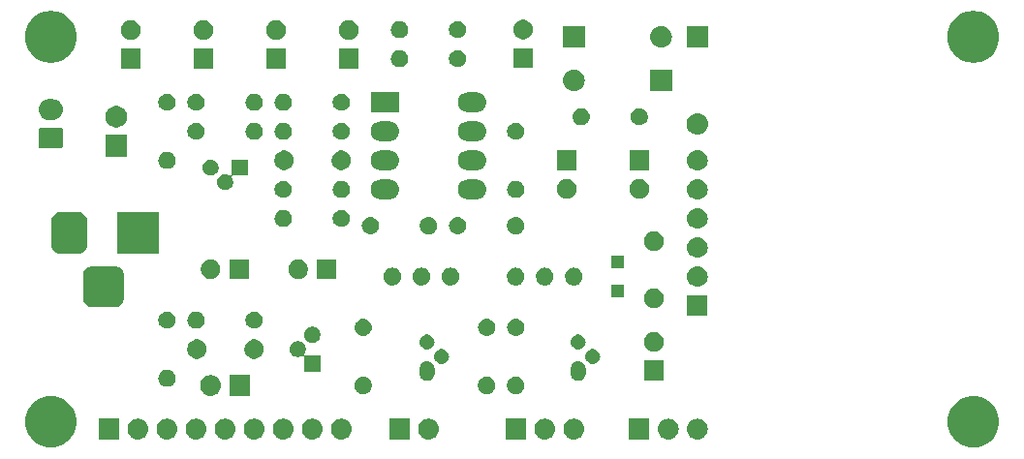
<source format=gbr>
G04 #@! TF.GenerationSoftware,KiCad,Pcbnew,(5.1.4)-1*
G04 #@! TF.CreationDate,2020-01-26T18:27:04+00:00*
G04 #@! TF.ProjectId,GFuzz,4746757a-7a2e-46b6-9963-61645f706362,rev?*
G04 #@! TF.SameCoordinates,Original*
G04 #@! TF.FileFunction,Soldermask,Top*
G04 #@! TF.FilePolarity,Negative*
%FSLAX46Y46*%
G04 Gerber Fmt 4.6, Leading zero omitted, Abs format (unit mm)*
G04 Created by KiCad (PCBNEW (5.1.4)-1) date 2020-01-26 18:27:04*
%MOMM*%
%LPD*%
G04 APERTURE LIST*
%ADD10C,0.100000*%
G04 APERTURE END LIST*
D10*
G36*
X178075880Y-118409776D02*
G01*
X178456593Y-118485504D01*
X178866249Y-118655189D01*
X179234929Y-118901534D01*
X179548466Y-119215071D01*
X179794811Y-119583751D01*
X179964496Y-119993407D01*
X180051000Y-120428296D01*
X180051000Y-120871704D01*
X179964496Y-121306593D01*
X179794811Y-121716249D01*
X179548466Y-122084929D01*
X179234929Y-122398466D01*
X178866249Y-122644811D01*
X178456593Y-122814496D01*
X178075880Y-122890224D01*
X178021705Y-122901000D01*
X177578295Y-122901000D01*
X177524120Y-122890224D01*
X177143407Y-122814496D01*
X176733751Y-122644811D01*
X176365071Y-122398466D01*
X176051534Y-122084929D01*
X175805189Y-121716249D01*
X175635504Y-121306593D01*
X175549000Y-120871704D01*
X175549000Y-120428296D01*
X175635504Y-119993407D01*
X175805189Y-119583751D01*
X176051534Y-119215071D01*
X176365071Y-118901534D01*
X176733751Y-118655189D01*
X177143407Y-118485504D01*
X177524120Y-118409776D01*
X177578295Y-118399000D01*
X178021705Y-118399000D01*
X178075880Y-118409776D01*
X178075880Y-118409776D01*
G37*
G36*
X97430880Y-118409776D02*
G01*
X97811593Y-118485504D01*
X98221249Y-118655189D01*
X98589929Y-118901534D01*
X98903466Y-119215071D01*
X99149811Y-119583751D01*
X99319496Y-119993407D01*
X99406000Y-120428296D01*
X99406000Y-120871704D01*
X99319496Y-121306593D01*
X99149811Y-121716249D01*
X98903466Y-122084929D01*
X98589929Y-122398466D01*
X98221249Y-122644811D01*
X97811593Y-122814496D01*
X97430880Y-122890224D01*
X97376705Y-122901000D01*
X96933295Y-122901000D01*
X96879120Y-122890224D01*
X96498407Y-122814496D01*
X96088751Y-122644811D01*
X95720071Y-122398466D01*
X95406534Y-122084929D01*
X95160189Y-121716249D01*
X94990504Y-121306593D01*
X94904000Y-120871704D01*
X94904000Y-120428296D01*
X94990504Y-119993407D01*
X95160189Y-119583751D01*
X95406534Y-119215071D01*
X95720071Y-118901534D01*
X96088751Y-118655189D01*
X96498407Y-118485504D01*
X96879120Y-118409776D01*
X96933295Y-118399000D01*
X97376705Y-118399000D01*
X97430880Y-118409776D01*
X97430880Y-118409776D01*
G37*
G36*
X115045443Y-120390519D02*
G01*
X115111627Y-120397037D01*
X115281466Y-120448557D01*
X115437991Y-120532222D01*
X115473729Y-120561552D01*
X115575186Y-120644814D01*
X115658448Y-120746271D01*
X115687778Y-120782009D01*
X115771443Y-120938534D01*
X115822963Y-121108373D01*
X115840359Y-121285000D01*
X115822963Y-121461627D01*
X115771443Y-121631466D01*
X115687778Y-121787991D01*
X115658448Y-121823729D01*
X115575186Y-121925186D01*
X115473729Y-122008448D01*
X115437991Y-122037778D01*
X115281466Y-122121443D01*
X115111627Y-122172963D01*
X115045442Y-122179482D01*
X114979260Y-122186000D01*
X114890740Y-122186000D01*
X114824558Y-122179482D01*
X114758373Y-122172963D01*
X114588534Y-122121443D01*
X114432009Y-122037778D01*
X114396271Y-122008448D01*
X114294814Y-121925186D01*
X114211552Y-121823729D01*
X114182222Y-121787991D01*
X114098557Y-121631466D01*
X114047037Y-121461627D01*
X114029641Y-121285000D01*
X114047037Y-121108373D01*
X114098557Y-120938534D01*
X114182222Y-120782009D01*
X114211552Y-120746271D01*
X114294814Y-120644814D01*
X114396271Y-120561552D01*
X114432009Y-120532222D01*
X114588534Y-120448557D01*
X114758373Y-120397037D01*
X114824557Y-120390519D01*
X114890740Y-120384000D01*
X114979260Y-120384000D01*
X115045443Y-120390519D01*
X115045443Y-120390519D01*
G37*
G36*
X149491000Y-122186000D02*
G01*
X147689000Y-122186000D01*
X147689000Y-120384000D01*
X149491000Y-120384000D01*
X149491000Y-122186000D01*
X149491000Y-122186000D01*
G37*
G36*
X112505443Y-120390519D02*
G01*
X112571627Y-120397037D01*
X112741466Y-120448557D01*
X112897991Y-120532222D01*
X112933729Y-120561552D01*
X113035186Y-120644814D01*
X113118448Y-120746271D01*
X113147778Y-120782009D01*
X113231443Y-120938534D01*
X113282963Y-121108373D01*
X113300359Y-121285000D01*
X113282963Y-121461627D01*
X113231443Y-121631466D01*
X113147778Y-121787991D01*
X113118448Y-121823729D01*
X113035186Y-121925186D01*
X112933729Y-122008448D01*
X112897991Y-122037778D01*
X112741466Y-122121443D01*
X112571627Y-122172963D01*
X112505442Y-122179482D01*
X112439260Y-122186000D01*
X112350740Y-122186000D01*
X112284558Y-122179482D01*
X112218373Y-122172963D01*
X112048534Y-122121443D01*
X111892009Y-122037778D01*
X111856271Y-122008448D01*
X111754814Y-121925186D01*
X111671552Y-121823729D01*
X111642222Y-121787991D01*
X111558557Y-121631466D01*
X111507037Y-121461627D01*
X111489641Y-121285000D01*
X111507037Y-121108373D01*
X111558557Y-120938534D01*
X111642222Y-120782009D01*
X111671552Y-120746271D01*
X111754814Y-120644814D01*
X111856271Y-120561552D01*
X111892009Y-120532222D01*
X112048534Y-120448557D01*
X112218373Y-120397037D01*
X112284557Y-120390519D01*
X112350740Y-120384000D01*
X112439260Y-120384000D01*
X112505443Y-120390519D01*
X112505443Y-120390519D01*
G37*
G36*
X109965443Y-120390519D02*
G01*
X110031627Y-120397037D01*
X110201466Y-120448557D01*
X110357991Y-120532222D01*
X110393729Y-120561552D01*
X110495186Y-120644814D01*
X110578448Y-120746271D01*
X110607778Y-120782009D01*
X110691443Y-120938534D01*
X110742963Y-121108373D01*
X110760359Y-121285000D01*
X110742963Y-121461627D01*
X110691443Y-121631466D01*
X110607778Y-121787991D01*
X110578448Y-121823729D01*
X110495186Y-121925186D01*
X110393729Y-122008448D01*
X110357991Y-122037778D01*
X110201466Y-122121443D01*
X110031627Y-122172963D01*
X109965442Y-122179482D01*
X109899260Y-122186000D01*
X109810740Y-122186000D01*
X109744558Y-122179482D01*
X109678373Y-122172963D01*
X109508534Y-122121443D01*
X109352009Y-122037778D01*
X109316271Y-122008448D01*
X109214814Y-121925186D01*
X109131552Y-121823729D01*
X109102222Y-121787991D01*
X109018557Y-121631466D01*
X108967037Y-121461627D01*
X108949641Y-121285000D01*
X108967037Y-121108373D01*
X109018557Y-120938534D01*
X109102222Y-120782009D01*
X109131552Y-120746271D01*
X109214814Y-120644814D01*
X109316271Y-120561552D01*
X109352009Y-120532222D01*
X109508534Y-120448557D01*
X109678373Y-120397037D01*
X109744557Y-120390519D01*
X109810740Y-120384000D01*
X109899260Y-120384000D01*
X109965443Y-120390519D01*
X109965443Y-120390519D01*
G37*
G36*
X107425443Y-120390519D02*
G01*
X107491627Y-120397037D01*
X107661466Y-120448557D01*
X107817991Y-120532222D01*
X107853729Y-120561552D01*
X107955186Y-120644814D01*
X108038448Y-120746271D01*
X108067778Y-120782009D01*
X108151443Y-120938534D01*
X108202963Y-121108373D01*
X108220359Y-121285000D01*
X108202963Y-121461627D01*
X108151443Y-121631466D01*
X108067778Y-121787991D01*
X108038448Y-121823729D01*
X107955186Y-121925186D01*
X107853729Y-122008448D01*
X107817991Y-122037778D01*
X107661466Y-122121443D01*
X107491627Y-122172963D01*
X107425442Y-122179482D01*
X107359260Y-122186000D01*
X107270740Y-122186000D01*
X107204558Y-122179482D01*
X107138373Y-122172963D01*
X106968534Y-122121443D01*
X106812009Y-122037778D01*
X106776271Y-122008448D01*
X106674814Y-121925186D01*
X106591552Y-121823729D01*
X106562222Y-121787991D01*
X106478557Y-121631466D01*
X106427037Y-121461627D01*
X106409641Y-121285000D01*
X106427037Y-121108373D01*
X106478557Y-120938534D01*
X106562222Y-120782009D01*
X106591552Y-120746271D01*
X106674814Y-120644814D01*
X106776271Y-120561552D01*
X106812009Y-120532222D01*
X106968534Y-120448557D01*
X107138373Y-120397037D01*
X107204557Y-120390519D01*
X107270740Y-120384000D01*
X107359260Y-120384000D01*
X107425443Y-120390519D01*
X107425443Y-120390519D01*
G37*
G36*
X104885443Y-120390519D02*
G01*
X104951627Y-120397037D01*
X105121466Y-120448557D01*
X105277991Y-120532222D01*
X105313729Y-120561552D01*
X105415186Y-120644814D01*
X105498448Y-120746271D01*
X105527778Y-120782009D01*
X105611443Y-120938534D01*
X105662963Y-121108373D01*
X105680359Y-121285000D01*
X105662963Y-121461627D01*
X105611443Y-121631466D01*
X105527778Y-121787991D01*
X105498448Y-121823729D01*
X105415186Y-121925186D01*
X105313729Y-122008448D01*
X105277991Y-122037778D01*
X105121466Y-122121443D01*
X104951627Y-122172963D01*
X104885442Y-122179482D01*
X104819260Y-122186000D01*
X104730740Y-122186000D01*
X104664558Y-122179482D01*
X104598373Y-122172963D01*
X104428534Y-122121443D01*
X104272009Y-122037778D01*
X104236271Y-122008448D01*
X104134814Y-121925186D01*
X104051552Y-121823729D01*
X104022222Y-121787991D01*
X103938557Y-121631466D01*
X103887037Y-121461627D01*
X103869641Y-121285000D01*
X103887037Y-121108373D01*
X103938557Y-120938534D01*
X104022222Y-120782009D01*
X104051552Y-120746271D01*
X104134814Y-120644814D01*
X104236271Y-120561552D01*
X104272009Y-120532222D01*
X104428534Y-120448557D01*
X104598373Y-120397037D01*
X104664557Y-120390519D01*
X104730740Y-120384000D01*
X104819260Y-120384000D01*
X104885443Y-120390519D01*
X104885443Y-120390519D01*
G37*
G36*
X103136000Y-122186000D02*
G01*
X101334000Y-122186000D01*
X101334000Y-120384000D01*
X103136000Y-120384000D01*
X103136000Y-122186000D01*
X103136000Y-122186000D01*
G37*
G36*
X153780443Y-120390519D02*
G01*
X153846627Y-120397037D01*
X154016466Y-120448557D01*
X154172991Y-120532222D01*
X154208729Y-120561552D01*
X154310186Y-120644814D01*
X154393448Y-120746271D01*
X154422778Y-120782009D01*
X154506443Y-120938534D01*
X154557963Y-121108373D01*
X154575359Y-121285000D01*
X154557963Y-121461627D01*
X154506443Y-121631466D01*
X154422778Y-121787991D01*
X154393448Y-121823729D01*
X154310186Y-121925186D01*
X154208729Y-122008448D01*
X154172991Y-122037778D01*
X154016466Y-122121443D01*
X153846627Y-122172963D01*
X153780442Y-122179482D01*
X153714260Y-122186000D01*
X153625740Y-122186000D01*
X153559558Y-122179482D01*
X153493373Y-122172963D01*
X153323534Y-122121443D01*
X153167009Y-122037778D01*
X153131271Y-122008448D01*
X153029814Y-121925186D01*
X152946552Y-121823729D01*
X152917222Y-121787991D01*
X152833557Y-121631466D01*
X152782037Y-121461627D01*
X152764641Y-121285000D01*
X152782037Y-121108373D01*
X152833557Y-120938534D01*
X152917222Y-120782009D01*
X152946552Y-120746271D01*
X153029814Y-120644814D01*
X153131271Y-120561552D01*
X153167009Y-120532222D01*
X153323534Y-120448557D01*
X153493373Y-120397037D01*
X153559557Y-120390519D01*
X153625740Y-120384000D01*
X153714260Y-120384000D01*
X153780443Y-120390519D01*
X153780443Y-120390519D01*
G37*
G36*
X122665443Y-120390519D02*
G01*
X122731627Y-120397037D01*
X122901466Y-120448557D01*
X123057991Y-120532222D01*
X123093729Y-120561552D01*
X123195186Y-120644814D01*
X123278448Y-120746271D01*
X123307778Y-120782009D01*
X123391443Y-120938534D01*
X123442963Y-121108373D01*
X123460359Y-121285000D01*
X123442963Y-121461627D01*
X123391443Y-121631466D01*
X123307778Y-121787991D01*
X123278448Y-121823729D01*
X123195186Y-121925186D01*
X123093729Y-122008448D01*
X123057991Y-122037778D01*
X122901466Y-122121443D01*
X122731627Y-122172963D01*
X122665442Y-122179482D01*
X122599260Y-122186000D01*
X122510740Y-122186000D01*
X122444558Y-122179482D01*
X122378373Y-122172963D01*
X122208534Y-122121443D01*
X122052009Y-122037778D01*
X122016271Y-122008448D01*
X121914814Y-121925186D01*
X121831552Y-121823729D01*
X121802222Y-121787991D01*
X121718557Y-121631466D01*
X121667037Y-121461627D01*
X121649641Y-121285000D01*
X121667037Y-121108373D01*
X121718557Y-120938534D01*
X121802222Y-120782009D01*
X121831552Y-120746271D01*
X121914814Y-120644814D01*
X122016271Y-120561552D01*
X122052009Y-120532222D01*
X122208534Y-120448557D01*
X122378373Y-120397037D01*
X122444557Y-120390519D01*
X122510740Y-120384000D01*
X122599260Y-120384000D01*
X122665443Y-120390519D01*
X122665443Y-120390519D01*
G37*
G36*
X140445443Y-120390519D02*
G01*
X140511627Y-120397037D01*
X140681466Y-120448557D01*
X140837991Y-120532222D01*
X140873729Y-120561552D01*
X140975186Y-120644814D01*
X141058448Y-120746271D01*
X141087778Y-120782009D01*
X141171443Y-120938534D01*
X141222963Y-121108373D01*
X141240359Y-121285000D01*
X141222963Y-121461627D01*
X141171443Y-121631466D01*
X141087778Y-121787991D01*
X141058448Y-121823729D01*
X140975186Y-121925186D01*
X140873729Y-122008448D01*
X140837991Y-122037778D01*
X140681466Y-122121443D01*
X140511627Y-122172963D01*
X140445442Y-122179482D01*
X140379260Y-122186000D01*
X140290740Y-122186000D01*
X140224558Y-122179482D01*
X140158373Y-122172963D01*
X139988534Y-122121443D01*
X139832009Y-122037778D01*
X139796271Y-122008448D01*
X139694814Y-121925186D01*
X139611552Y-121823729D01*
X139582222Y-121787991D01*
X139498557Y-121631466D01*
X139447037Y-121461627D01*
X139429641Y-121285000D01*
X139447037Y-121108373D01*
X139498557Y-120938534D01*
X139582222Y-120782009D01*
X139611552Y-120746271D01*
X139694814Y-120644814D01*
X139796271Y-120561552D01*
X139832009Y-120532222D01*
X139988534Y-120448557D01*
X140158373Y-120397037D01*
X140224557Y-120390519D01*
X140290740Y-120384000D01*
X140379260Y-120384000D01*
X140445443Y-120390519D01*
X140445443Y-120390519D01*
G37*
G36*
X151240443Y-120390519D02*
G01*
X151306627Y-120397037D01*
X151476466Y-120448557D01*
X151632991Y-120532222D01*
X151668729Y-120561552D01*
X151770186Y-120644814D01*
X151853448Y-120746271D01*
X151882778Y-120782009D01*
X151966443Y-120938534D01*
X152017963Y-121108373D01*
X152035359Y-121285000D01*
X152017963Y-121461627D01*
X151966443Y-121631466D01*
X151882778Y-121787991D01*
X151853448Y-121823729D01*
X151770186Y-121925186D01*
X151668729Y-122008448D01*
X151632991Y-122037778D01*
X151476466Y-122121443D01*
X151306627Y-122172963D01*
X151240442Y-122179482D01*
X151174260Y-122186000D01*
X151085740Y-122186000D01*
X151019558Y-122179482D01*
X150953373Y-122172963D01*
X150783534Y-122121443D01*
X150627009Y-122037778D01*
X150591271Y-122008448D01*
X150489814Y-121925186D01*
X150406552Y-121823729D01*
X150377222Y-121787991D01*
X150293557Y-121631466D01*
X150242037Y-121461627D01*
X150224641Y-121285000D01*
X150242037Y-121108373D01*
X150293557Y-120938534D01*
X150377222Y-120782009D01*
X150406552Y-120746271D01*
X150489814Y-120644814D01*
X150591271Y-120561552D01*
X150627009Y-120532222D01*
X150783534Y-120448557D01*
X150953373Y-120397037D01*
X151019557Y-120390519D01*
X151085740Y-120384000D01*
X151174260Y-120384000D01*
X151240443Y-120390519D01*
X151240443Y-120390519D01*
G37*
G36*
X120125443Y-120390519D02*
G01*
X120191627Y-120397037D01*
X120361466Y-120448557D01*
X120517991Y-120532222D01*
X120553729Y-120561552D01*
X120655186Y-120644814D01*
X120738448Y-120746271D01*
X120767778Y-120782009D01*
X120851443Y-120938534D01*
X120902963Y-121108373D01*
X120920359Y-121285000D01*
X120902963Y-121461627D01*
X120851443Y-121631466D01*
X120767778Y-121787991D01*
X120738448Y-121823729D01*
X120655186Y-121925186D01*
X120553729Y-122008448D01*
X120517991Y-122037778D01*
X120361466Y-122121443D01*
X120191627Y-122172963D01*
X120125442Y-122179482D01*
X120059260Y-122186000D01*
X119970740Y-122186000D01*
X119904558Y-122179482D01*
X119838373Y-122172963D01*
X119668534Y-122121443D01*
X119512009Y-122037778D01*
X119476271Y-122008448D01*
X119374814Y-121925186D01*
X119291552Y-121823729D01*
X119262222Y-121787991D01*
X119178557Y-121631466D01*
X119127037Y-121461627D01*
X119109641Y-121285000D01*
X119127037Y-121108373D01*
X119178557Y-120938534D01*
X119262222Y-120782009D01*
X119291552Y-120746271D01*
X119374814Y-120644814D01*
X119476271Y-120561552D01*
X119512009Y-120532222D01*
X119668534Y-120448557D01*
X119838373Y-120397037D01*
X119904557Y-120390519D01*
X119970740Y-120384000D01*
X120059260Y-120384000D01*
X120125443Y-120390519D01*
X120125443Y-120390519D01*
G37*
G36*
X128536000Y-122186000D02*
G01*
X126734000Y-122186000D01*
X126734000Y-120384000D01*
X128536000Y-120384000D01*
X128536000Y-122186000D01*
X128536000Y-122186000D01*
G37*
G36*
X117585443Y-120390519D02*
G01*
X117651627Y-120397037D01*
X117821466Y-120448557D01*
X117977991Y-120532222D01*
X118013729Y-120561552D01*
X118115186Y-120644814D01*
X118198448Y-120746271D01*
X118227778Y-120782009D01*
X118311443Y-120938534D01*
X118362963Y-121108373D01*
X118380359Y-121285000D01*
X118362963Y-121461627D01*
X118311443Y-121631466D01*
X118227778Y-121787991D01*
X118198448Y-121823729D01*
X118115186Y-121925186D01*
X118013729Y-122008448D01*
X117977991Y-122037778D01*
X117821466Y-122121443D01*
X117651627Y-122172963D01*
X117585442Y-122179482D01*
X117519260Y-122186000D01*
X117430740Y-122186000D01*
X117364558Y-122179482D01*
X117298373Y-122172963D01*
X117128534Y-122121443D01*
X116972009Y-122037778D01*
X116936271Y-122008448D01*
X116834814Y-121925186D01*
X116751552Y-121823729D01*
X116722222Y-121787991D01*
X116638557Y-121631466D01*
X116587037Y-121461627D01*
X116569641Y-121285000D01*
X116587037Y-121108373D01*
X116638557Y-120938534D01*
X116722222Y-120782009D01*
X116751552Y-120746271D01*
X116834814Y-120644814D01*
X116936271Y-120561552D01*
X116972009Y-120532222D01*
X117128534Y-120448557D01*
X117298373Y-120397037D01*
X117364557Y-120390519D01*
X117430740Y-120384000D01*
X117519260Y-120384000D01*
X117585443Y-120390519D01*
X117585443Y-120390519D01*
G37*
G36*
X142985443Y-120390519D02*
G01*
X143051627Y-120397037D01*
X143221466Y-120448557D01*
X143377991Y-120532222D01*
X143413729Y-120561552D01*
X143515186Y-120644814D01*
X143598448Y-120746271D01*
X143627778Y-120782009D01*
X143711443Y-120938534D01*
X143762963Y-121108373D01*
X143780359Y-121285000D01*
X143762963Y-121461627D01*
X143711443Y-121631466D01*
X143627778Y-121787991D01*
X143598448Y-121823729D01*
X143515186Y-121925186D01*
X143413729Y-122008448D01*
X143377991Y-122037778D01*
X143221466Y-122121443D01*
X143051627Y-122172963D01*
X142985442Y-122179482D01*
X142919260Y-122186000D01*
X142830740Y-122186000D01*
X142764558Y-122179482D01*
X142698373Y-122172963D01*
X142528534Y-122121443D01*
X142372009Y-122037778D01*
X142336271Y-122008448D01*
X142234814Y-121925186D01*
X142151552Y-121823729D01*
X142122222Y-121787991D01*
X142038557Y-121631466D01*
X141987037Y-121461627D01*
X141969641Y-121285000D01*
X141987037Y-121108373D01*
X142038557Y-120938534D01*
X142122222Y-120782009D01*
X142151552Y-120746271D01*
X142234814Y-120644814D01*
X142336271Y-120561552D01*
X142372009Y-120532222D01*
X142528534Y-120448557D01*
X142698373Y-120397037D01*
X142764557Y-120390519D01*
X142830740Y-120384000D01*
X142919260Y-120384000D01*
X142985443Y-120390519D01*
X142985443Y-120390519D01*
G37*
G36*
X130285443Y-120390519D02*
G01*
X130351627Y-120397037D01*
X130521466Y-120448557D01*
X130677991Y-120532222D01*
X130713729Y-120561552D01*
X130815186Y-120644814D01*
X130898448Y-120746271D01*
X130927778Y-120782009D01*
X131011443Y-120938534D01*
X131062963Y-121108373D01*
X131080359Y-121285000D01*
X131062963Y-121461627D01*
X131011443Y-121631466D01*
X130927778Y-121787991D01*
X130898448Y-121823729D01*
X130815186Y-121925186D01*
X130713729Y-122008448D01*
X130677991Y-122037778D01*
X130521466Y-122121443D01*
X130351627Y-122172963D01*
X130285442Y-122179482D01*
X130219260Y-122186000D01*
X130130740Y-122186000D01*
X130064558Y-122179482D01*
X129998373Y-122172963D01*
X129828534Y-122121443D01*
X129672009Y-122037778D01*
X129636271Y-122008448D01*
X129534814Y-121925186D01*
X129451552Y-121823729D01*
X129422222Y-121787991D01*
X129338557Y-121631466D01*
X129287037Y-121461627D01*
X129269641Y-121285000D01*
X129287037Y-121108373D01*
X129338557Y-120938534D01*
X129422222Y-120782009D01*
X129451552Y-120746271D01*
X129534814Y-120644814D01*
X129636271Y-120561552D01*
X129672009Y-120532222D01*
X129828534Y-120448557D01*
X129998373Y-120397037D01*
X130064557Y-120390519D01*
X130130740Y-120384000D01*
X130219260Y-120384000D01*
X130285443Y-120390519D01*
X130285443Y-120390519D01*
G37*
G36*
X138696000Y-122186000D02*
G01*
X136894000Y-122186000D01*
X136894000Y-120384000D01*
X138696000Y-120384000D01*
X138696000Y-122186000D01*
X138696000Y-122186000D01*
G37*
G36*
X114566000Y-118376000D02*
G01*
X112764000Y-118376000D01*
X112764000Y-116574000D01*
X114566000Y-116574000D01*
X114566000Y-118376000D01*
X114566000Y-118376000D01*
G37*
G36*
X111235443Y-116580519D02*
G01*
X111301627Y-116587037D01*
X111471466Y-116638557D01*
X111627991Y-116722222D01*
X111630157Y-116724000D01*
X111765186Y-116834814D01*
X111848448Y-116936271D01*
X111877778Y-116972009D01*
X111961443Y-117128534D01*
X112012963Y-117298373D01*
X112030359Y-117475000D01*
X112012963Y-117651627D01*
X111961443Y-117821466D01*
X111877778Y-117977991D01*
X111848448Y-118013729D01*
X111765186Y-118115186D01*
X111665323Y-118197140D01*
X111627991Y-118227778D01*
X111471466Y-118311443D01*
X111301627Y-118362963D01*
X111235442Y-118369482D01*
X111169260Y-118376000D01*
X111080740Y-118376000D01*
X111014558Y-118369482D01*
X110948373Y-118362963D01*
X110778534Y-118311443D01*
X110622009Y-118227778D01*
X110584677Y-118197140D01*
X110484814Y-118115186D01*
X110401552Y-118013729D01*
X110372222Y-117977991D01*
X110288557Y-117821466D01*
X110237037Y-117651627D01*
X110219641Y-117475000D01*
X110237037Y-117298373D01*
X110288557Y-117128534D01*
X110372222Y-116972009D01*
X110401552Y-116936271D01*
X110484814Y-116834814D01*
X110619843Y-116724000D01*
X110622009Y-116722222D01*
X110778534Y-116638557D01*
X110948373Y-116587037D01*
X111014557Y-116580519D01*
X111080740Y-116574000D01*
X111169260Y-116574000D01*
X111235443Y-116580519D01*
X111235443Y-116580519D01*
G37*
G36*
X124679059Y-116752860D02*
G01*
X124815732Y-116809472D01*
X124938735Y-116891660D01*
X125043340Y-116996265D01*
X125125528Y-117119268D01*
X125125529Y-117119270D01*
X125182140Y-117255941D01*
X125211000Y-117401032D01*
X125211000Y-117548968D01*
X125190580Y-117651627D01*
X125182140Y-117694059D01*
X125125528Y-117830732D01*
X125043340Y-117953735D01*
X124938735Y-118058340D01*
X124815732Y-118140528D01*
X124815731Y-118140529D01*
X124815730Y-118140529D01*
X124679059Y-118197140D01*
X124533968Y-118226000D01*
X124386032Y-118226000D01*
X124240941Y-118197140D01*
X124104270Y-118140529D01*
X124104269Y-118140529D01*
X124104268Y-118140528D01*
X123981265Y-118058340D01*
X123876660Y-117953735D01*
X123794472Y-117830732D01*
X123737860Y-117694059D01*
X123729420Y-117651627D01*
X123709000Y-117548968D01*
X123709000Y-117401032D01*
X123737860Y-117255941D01*
X123794471Y-117119270D01*
X123794472Y-117119268D01*
X123876660Y-116996265D01*
X123981265Y-116891660D01*
X124104268Y-116809472D01*
X124240941Y-116752860D01*
X124386032Y-116724000D01*
X124533968Y-116724000D01*
X124679059Y-116752860D01*
X124679059Y-116752860D01*
G37*
G36*
X135474059Y-116752860D02*
G01*
X135610732Y-116809472D01*
X135733735Y-116891660D01*
X135838340Y-116996265D01*
X135920528Y-117119268D01*
X135920529Y-117119270D01*
X135977140Y-117255941D01*
X136006000Y-117401032D01*
X136006000Y-117548968D01*
X135985580Y-117651627D01*
X135977140Y-117694059D01*
X135920528Y-117830732D01*
X135838340Y-117953735D01*
X135733735Y-118058340D01*
X135610732Y-118140528D01*
X135610731Y-118140529D01*
X135610730Y-118140529D01*
X135474059Y-118197140D01*
X135328968Y-118226000D01*
X135181032Y-118226000D01*
X135035941Y-118197140D01*
X134899270Y-118140529D01*
X134899269Y-118140529D01*
X134899268Y-118140528D01*
X134776265Y-118058340D01*
X134671660Y-117953735D01*
X134589472Y-117830732D01*
X134532860Y-117694059D01*
X134524420Y-117651627D01*
X134504000Y-117548968D01*
X134504000Y-117401032D01*
X134532860Y-117255941D01*
X134589471Y-117119270D01*
X134589472Y-117119268D01*
X134671660Y-116996265D01*
X134776265Y-116891660D01*
X134899268Y-116809472D01*
X135035941Y-116752860D01*
X135181032Y-116724000D01*
X135328968Y-116724000D01*
X135474059Y-116752860D01*
X135474059Y-116752860D01*
G37*
G36*
X138014059Y-116752860D02*
G01*
X138150732Y-116809472D01*
X138273735Y-116891660D01*
X138378340Y-116996265D01*
X138460528Y-117119268D01*
X138460529Y-117119270D01*
X138517140Y-117255941D01*
X138546000Y-117401032D01*
X138546000Y-117548968D01*
X138525580Y-117651627D01*
X138517140Y-117694059D01*
X138460528Y-117830732D01*
X138378340Y-117953735D01*
X138273735Y-118058340D01*
X138150732Y-118140528D01*
X138150731Y-118140529D01*
X138150730Y-118140529D01*
X138014059Y-118197140D01*
X137868968Y-118226000D01*
X137721032Y-118226000D01*
X137575941Y-118197140D01*
X137439270Y-118140529D01*
X137439269Y-118140529D01*
X137439268Y-118140528D01*
X137316265Y-118058340D01*
X137211660Y-117953735D01*
X137129472Y-117830732D01*
X137072860Y-117694059D01*
X137064420Y-117651627D01*
X137044000Y-117548968D01*
X137044000Y-117401032D01*
X137072860Y-117255941D01*
X137129471Y-117119270D01*
X137129472Y-117119268D01*
X137211660Y-116996265D01*
X137316265Y-116891660D01*
X137439268Y-116809472D01*
X137575941Y-116752860D01*
X137721032Y-116724000D01*
X137868968Y-116724000D01*
X138014059Y-116752860D01*
X138014059Y-116752860D01*
G37*
G36*
X107388665Y-116092622D02*
G01*
X107462222Y-116099867D01*
X107603786Y-116142810D01*
X107734252Y-116212546D01*
X107764040Y-116236992D01*
X107848607Y-116306393D01*
X107918008Y-116390960D01*
X107942454Y-116420748D01*
X108012190Y-116551214D01*
X108055133Y-116692778D01*
X108069633Y-116840000D01*
X108055133Y-116987222D01*
X108012190Y-117128786D01*
X107942454Y-117259252D01*
X107918008Y-117289040D01*
X107848607Y-117373607D01*
X107764040Y-117443008D01*
X107734252Y-117467454D01*
X107603786Y-117537190D01*
X107462222Y-117580133D01*
X107388665Y-117587378D01*
X107351888Y-117591000D01*
X107278112Y-117591000D01*
X107241335Y-117587378D01*
X107167778Y-117580133D01*
X107026214Y-117537190D01*
X106895748Y-117467454D01*
X106865960Y-117443008D01*
X106781393Y-117373607D01*
X106711992Y-117289040D01*
X106687546Y-117259252D01*
X106617810Y-117128786D01*
X106574867Y-116987222D01*
X106560367Y-116840000D01*
X106574867Y-116692778D01*
X106617810Y-116551214D01*
X106687546Y-116420748D01*
X106711992Y-116390960D01*
X106781393Y-116306393D01*
X106865960Y-116236992D01*
X106895748Y-116212546D01*
X107026214Y-116142810D01*
X107167778Y-116099867D01*
X107241335Y-116092622D01*
X107278112Y-116089000D01*
X107351888Y-116089000D01*
X107388665Y-116092622D01*
X107388665Y-116092622D01*
G37*
G36*
X143383617Y-115363420D02*
G01*
X143474403Y-115390960D01*
X143506335Y-115400646D01*
X143619424Y-115461094D01*
X143718554Y-115542447D01*
X143799906Y-115641575D01*
X143860354Y-115754664D01*
X143870040Y-115786596D01*
X143897580Y-115877382D01*
X143907000Y-115973027D01*
X143907000Y-116436972D01*
X143897580Y-116532618D01*
X143885027Y-116574000D01*
X143860354Y-116655336D01*
X143799906Y-116768425D01*
X143718554Y-116867554D01*
X143619425Y-116948906D01*
X143506336Y-117009354D01*
X143474404Y-117019040D01*
X143383618Y-117046580D01*
X143256000Y-117059149D01*
X143128383Y-117046580D01*
X143037597Y-117019040D01*
X143005665Y-117009354D01*
X142892576Y-116948906D01*
X142793447Y-116867553D01*
X142712094Y-116768425D01*
X142651646Y-116655336D01*
X142626973Y-116574000D01*
X142614420Y-116532618D01*
X142605000Y-116436973D01*
X142605000Y-115973028D01*
X142614420Y-115877383D01*
X142651645Y-115754669D01*
X142651646Y-115754665D01*
X142712094Y-115641576D01*
X142793447Y-115542446D01*
X142892575Y-115461094D01*
X143005664Y-115400646D01*
X143037596Y-115390960D01*
X143128382Y-115363420D01*
X143256000Y-115350851D01*
X143383617Y-115363420D01*
X143383617Y-115363420D01*
G37*
G36*
X130175617Y-115363420D02*
G01*
X130266403Y-115390960D01*
X130298335Y-115400646D01*
X130411424Y-115461094D01*
X130510554Y-115542447D01*
X130591906Y-115641575D01*
X130652354Y-115754664D01*
X130662040Y-115786596D01*
X130689580Y-115877382D01*
X130699000Y-115973027D01*
X130699000Y-116436972D01*
X130689580Y-116532618D01*
X130677027Y-116574000D01*
X130652354Y-116655336D01*
X130591906Y-116768425D01*
X130510554Y-116867554D01*
X130411425Y-116948906D01*
X130298336Y-117009354D01*
X130266404Y-117019040D01*
X130175618Y-117046580D01*
X130048000Y-117059149D01*
X129920383Y-117046580D01*
X129829597Y-117019040D01*
X129797665Y-117009354D01*
X129684576Y-116948906D01*
X129585447Y-116867553D01*
X129504094Y-116768425D01*
X129443646Y-116655336D01*
X129418973Y-116574000D01*
X129406420Y-116532618D01*
X129397000Y-116436973D01*
X129397000Y-115973028D01*
X129406420Y-115877383D01*
X129443645Y-115754669D01*
X129443646Y-115754665D01*
X129504094Y-115641576D01*
X129585447Y-115542446D01*
X129684575Y-115461094D01*
X129797664Y-115400646D01*
X129829596Y-115390960D01*
X129920382Y-115363420D01*
X130048000Y-115350851D01*
X130175617Y-115363420D01*
X130175617Y-115363420D01*
G37*
G36*
X150711000Y-117016000D02*
G01*
X149009000Y-117016000D01*
X149009000Y-115314000D01*
X150711000Y-115314000D01*
X150711000Y-117016000D01*
X150711000Y-117016000D01*
G37*
G36*
X118949473Y-113625938D02*
G01*
X119077049Y-113678782D01*
X119191859Y-113755495D01*
X119289505Y-113853141D01*
X119366218Y-113967951D01*
X119419062Y-114095527D01*
X119446000Y-114230956D01*
X119446000Y-114369044D01*
X119419062Y-114504473D01*
X119366218Y-114632049D01*
X119331134Y-114684556D01*
X119319583Y-114706166D01*
X119312470Y-114729615D01*
X119310068Y-114754001D01*
X119312470Y-114778387D01*
X119319583Y-114801836D01*
X119331134Y-114823447D01*
X119346680Y-114842389D01*
X119365622Y-114857934D01*
X119387232Y-114869485D01*
X119410681Y-114876598D01*
X119435067Y-114879000D01*
X120716000Y-114879000D01*
X120716000Y-116281000D01*
X119314000Y-116281000D01*
X119314000Y-114996749D01*
X119311598Y-114972363D01*
X119304485Y-114948914D01*
X119292934Y-114927303D01*
X119277389Y-114908361D01*
X119258447Y-114892816D01*
X119236836Y-114881265D01*
X119213387Y-114874152D01*
X119189001Y-114871750D01*
X119164615Y-114874152D01*
X119141166Y-114881265D01*
X119119556Y-114892816D01*
X119077049Y-114921218D01*
X118949473Y-114974062D01*
X118814044Y-115001000D01*
X118675956Y-115001000D01*
X118540527Y-114974062D01*
X118412951Y-114921218D01*
X118298141Y-114844505D01*
X118200495Y-114746859D01*
X118123782Y-114632049D01*
X118070938Y-114504473D01*
X118044000Y-114369044D01*
X118044000Y-114230956D01*
X118070938Y-114095527D01*
X118123782Y-113967951D01*
X118200495Y-113853141D01*
X118298141Y-113755495D01*
X118412951Y-113678782D01*
X118540527Y-113625938D01*
X118675956Y-113599000D01*
X118814044Y-113599000D01*
X118949473Y-113625938D01*
X118949473Y-113625938D01*
G37*
G36*
X144589855Y-114287140D02*
G01*
X144653618Y-114293420D01*
X144728054Y-114316000D01*
X144776336Y-114330646D01*
X144889425Y-114391094D01*
X144988554Y-114472446D01*
X145069906Y-114571575D01*
X145130354Y-114684664D01*
X145130355Y-114684668D01*
X145167580Y-114807382D01*
X145180149Y-114935000D01*
X145167580Y-115062618D01*
X145150690Y-115118297D01*
X145130354Y-115185336D01*
X145069906Y-115298425D01*
X144988554Y-115397554D01*
X144889425Y-115478906D01*
X144776336Y-115539354D01*
X144744404Y-115549040D01*
X144653618Y-115576580D01*
X144589855Y-115582860D01*
X144557974Y-115586000D01*
X144494026Y-115586000D01*
X144462145Y-115582860D01*
X144398382Y-115576580D01*
X144307596Y-115549040D01*
X144275664Y-115539354D01*
X144162575Y-115478906D01*
X144063446Y-115397554D01*
X143982094Y-115298425D01*
X143921646Y-115185336D01*
X143901310Y-115118297D01*
X143884420Y-115062618D01*
X143871851Y-114935000D01*
X143884420Y-114807382D01*
X143921645Y-114684668D01*
X143921646Y-114684664D01*
X143982094Y-114571575D01*
X144063446Y-114472446D01*
X144162575Y-114391094D01*
X144275664Y-114330646D01*
X144323946Y-114316000D01*
X144398382Y-114293420D01*
X144462145Y-114287140D01*
X144494026Y-114284000D01*
X144557974Y-114284000D01*
X144589855Y-114287140D01*
X144589855Y-114287140D01*
G37*
G36*
X131381855Y-114287140D02*
G01*
X131445618Y-114293420D01*
X131520054Y-114316000D01*
X131568336Y-114330646D01*
X131681425Y-114391094D01*
X131780554Y-114472446D01*
X131861906Y-114571575D01*
X131922354Y-114684664D01*
X131922355Y-114684668D01*
X131959580Y-114807382D01*
X131972149Y-114935000D01*
X131959580Y-115062618D01*
X131942690Y-115118297D01*
X131922354Y-115185336D01*
X131861906Y-115298425D01*
X131780554Y-115397554D01*
X131681425Y-115478906D01*
X131568336Y-115539354D01*
X131536404Y-115549040D01*
X131445618Y-115576580D01*
X131381855Y-115582860D01*
X131349974Y-115586000D01*
X131286026Y-115586000D01*
X131254145Y-115582860D01*
X131190382Y-115576580D01*
X131099596Y-115549040D01*
X131067664Y-115539354D01*
X130954575Y-115478906D01*
X130855446Y-115397554D01*
X130774094Y-115298425D01*
X130713646Y-115185336D01*
X130693310Y-115118297D01*
X130676420Y-115062618D01*
X130663851Y-114935000D01*
X130676420Y-114807382D01*
X130713645Y-114684668D01*
X130713646Y-114684664D01*
X130774094Y-114571575D01*
X130855446Y-114472446D01*
X130954575Y-114391094D01*
X131067664Y-114330646D01*
X131115946Y-114316000D01*
X131190382Y-114293420D01*
X131254145Y-114287140D01*
X131286026Y-114284000D01*
X131349974Y-114284000D01*
X131381855Y-114287140D01*
X131381855Y-114287140D01*
G37*
G36*
X110183228Y-113481703D02*
G01*
X110338100Y-113545853D01*
X110477481Y-113638985D01*
X110596015Y-113757519D01*
X110689147Y-113896900D01*
X110753297Y-114051772D01*
X110786000Y-114216184D01*
X110786000Y-114383816D01*
X110753297Y-114548228D01*
X110689147Y-114703100D01*
X110596015Y-114842481D01*
X110477481Y-114961015D01*
X110338100Y-115054147D01*
X110183228Y-115118297D01*
X110018816Y-115151000D01*
X109851184Y-115151000D01*
X109686772Y-115118297D01*
X109531900Y-115054147D01*
X109392519Y-114961015D01*
X109273985Y-114842481D01*
X109180853Y-114703100D01*
X109116703Y-114548228D01*
X109084000Y-114383816D01*
X109084000Y-114216184D01*
X109116703Y-114051772D01*
X109180853Y-113896900D01*
X109273985Y-113757519D01*
X109392519Y-113638985D01*
X109531900Y-113545853D01*
X109686772Y-113481703D01*
X109851184Y-113449000D01*
X110018816Y-113449000D01*
X110183228Y-113481703D01*
X110183228Y-113481703D01*
G37*
G36*
X115183228Y-113481703D02*
G01*
X115338100Y-113545853D01*
X115477481Y-113638985D01*
X115596015Y-113757519D01*
X115689147Y-113896900D01*
X115753297Y-114051772D01*
X115786000Y-114216184D01*
X115786000Y-114383816D01*
X115753297Y-114548228D01*
X115689147Y-114703100D01*
X115596015Y-114842481D01*
X115477481Y-114961015D01*
X115338100Y-115054147D01*
X115183228Y-115118297D01*
X115018816Y-115151000D01*
X114851184Y-115151000D01*
X114686772Y-115118297D01*
X114531900Y-115054147D01*
X114392519Y-114961015D01*
X114273985Y-114842481D01*
X114180853Y-114703100D01*
X114116703Y-114548228D01*
X114084000Y-114383816D01*
X114084000Y-114216184D01*
X114116703Y-114051772D01*
X114180853Y-113896900D01*
X114273985Y-113757519D01*
X114392519Y-113638985D01*
X114531900Y-113545853D01*
X114686772Y-113481703D01*
X114851184Y-113449000D01*
X115018816Y-113449000D01*
X115183228Y-113481703D01*
X115183228Y-113481703D01*
G37*
G36*
X150108228Y-112846703D02*
G01*
X150263100Y-112910853D01*
X150402481Y-113003985D01*
X150521015Y-113122519D01*
X150614147Y-113261900D01*
X150678297Y-113416772D01*
X150711000Y-113581184D01*
X150711000Y-113748816D01*
X150678297Y-113913228D01*
X150614147Y-114068100D01*
X150521015Y-114207481D01*
X150402481Y-114326015D01*
X150263100Y-114419147D01*
X150108228Y-114483297D01*
X149943816Y-114516000D01*
X149776184Y-114516000D01*
X149611772Y-114483297D01*
X149456900Y-114419147D01*
X149317519Y-114326015D01*
X149198985Y-114207481D01*
X149105853Y-114068100D01*
X149041703Y-113913228D01*
X149009000Y-113748816D01*
X149009000Y-113581184D01*
X149041703Y-113416772D01*
X149105853Y-113261900D01*
X149198985Y-113122519D01*
X149317519Y-113003985D01*
X149456900Y-112910853D01*
X149611772Y-112846703D01*
X149776184Y-112814000D01*
X149943816Y-112814000D01*
X150108228Y-112846703D01*
X150108228Y-112846703D01*
G37*
G36*
X130111855Y-113017140D02*
G01*
X130175618Y-113023420D01*
X130266404Y-113050960D01*
X130298336Y-113060646D01*
X130411425Y-113121094D01*
X130510554Y-113202446D01*
X130591906Y-113301575D01*
X130652354Y-113414664D01*
X130652355Y-113414668D01*
X130689580Y-113537382D01*
X130702149Y-113665000D01*
X130689580Y-113792618D01*
X130671221Y-113853138D01*
X130652354Y-113915336D01*
X130591906Y-114028425D01*
X130510554Y-114127554D01*
X130411425Y-114208906D01*
X130298336Y-114269354D01*
X130266404Y-114279040D01*
X130175618Y-114306580D01*
X130111855Y-114312860D01*
X130079974Y-114316000D01*
X130016026Y-114316000D01*
X129984145Y-114312860D01*
X129920382Y-114306580D01*
X129829596Y-114279040D01*
X129797664Y-114269354D01*
X129684575Y-114208906D01*
X129585446Y-114127554D01*
X129504094Y-114028425D01*
X129443646Y-113915336D01*
X129424779Y-113853138D01*
X129406420Y-113792618D01*
X129393851Y-113665000D01*
X129406420Y-113537382D01*
X129443645Y-113414668D01*
X129443646Y-113414664D01*
X129504094Y-113301575D01*
X129585446Y-113202446D01*
X129684575Y-113121094D01*
X129797664Y-113060646D01*
X129829596Y-113050960D01*
X129920382Y-113023420D01*
X129984145Y-113017140D01*
X130016026Y-113014000D01*
X130079974Y-113014000D01*
X130111855Y-113017140D01*
X130111855Y-113017140D01*
G37*
G36*
X143319855Y-113017140D02*
G01*
X143383618Y-113023420D01*
X143474404Y-113050960D01*
X143506336Y-113060646D01*
X143619425Y-113121094D01*
X143718554Y-113202446D01*
X143799906Y-113301575D01*
X143860354Y-113414664D01*
X143860355Y-113414668D01*
X143897580Y-113537382D01*
X143910149Y-113665000D01*
X143897580Y-113792618D01*
X143879221Y-113853138D01*
X143860354Y-113915336D01*
X143799906Y-114028425D01*
X143718554Y-114127554D01*
X143619425Y-114208906D01*
X143506336Y-114269354D01*
X143474404Y-114279040D01*
X143383618Y-114306580D01*
X143319855Y-114312860D01*
X143287974Y-114316000D01*
X143224026Y-114316000D01*
X143192145Y-114312860D01*
X143128382Y-114306580D01*
X143037596Y-114279040D01*
X143005664Y-114269354D01*
X142892575Y-114208906D01*
X142793446Y-114127554D01*
X142712094Y-114028425D01*
X142651646Y-113915336D01*
X142632779Y-113853138D01*
X142614420Y-113792618D01*
X142601851Y-113665000D01*
X142614420Y-113537382D01*
X142651645Y-113414668D01*
X142651646Y-113414664D01*
X142712094Y-113301575D01*
X142793446Y-113202446D01*
X142892575Y-113121094D01*
X143005664Y-113060646D01*
X143037596Y-113050960D01*
X143128382Y-113023420D01*
X143192145Y-113017140D01*
X143224026Y-113014000D01*
X143287974Y-113014000D01*
X143319855Y-113017140D01*
X143319855Y-113017140D01*
G37*
G36*
X120219473Y-112365938D02*
G01*
X120347049Y-112418782D01*
X120461859Y-112495495D01*
X120559505Y-112593141D01*
X120636218Y-112707951D01*
X120689062Y-112835527D01*
X120716000Y-112970956D01*
X120716000Y-113109044D01*
X120689062Y-113244473D01*
X120636218Y-113372049D01*
X120559505Y-113486859D01*
X120461859Y-113584505D01*
X120347049Y-113661218D01*
X120219473Y-113714062D01*
X120084044Y-113741000D01*
X119945956Y-113741000D01*
X119810527Y-113714062D01*
X119682951Y-113661218D01*
X119568141Y-113584505D01*
X119470495Y-113486859D01*
X119393782Y-113372049D01*
X119340938Y-113244473D01*
X119314000Y-113109044D01*
X119314000Y-112970956D01*
X119340938Y-112835527D01*
X119393782Y-112707951D01*
X119470495Y-112593141D01*
X119568141Y-112495495D01*
X119682951Y-112418782D01*
X119810527Y-112365938D01*
X119945956Y-112339000D01*
X120084044Y-112339000D01*
X120219473Y-112365938D01*
X120219473Y-112365938D01*
G37*
G36*
X124533665Y-111647622D02*
G01*
X124607222Y-111654867D01*
X124748786Y-111697810D01*
X124879252Y-111767546D01*
X124909040Y-111791992D01*
X124993607Y-111861393D01*
X125063008Y-111945960D01*
X125087454Y-111975748D01*
X125157190Y-112106214D01*
X125200133Y-112247778D01*
X125214633Y-112395000D01*
X125200133Y-112542222D01*
X125157190Y-112683786D01*
X125087454Y-112814252D01*
X125069995Y-112835526D01*
X124993607Y-112928607D01*
X124909040Y-112998008D01*
X124879252Y-113022454D01*
X124748786Y-113092190D01*
X124607222Y-113135133D01*
X124533665Y-113142378D01*
X124496888Y-113146000D01*
X124423112Y-113146000D01*
X124386335Y-113142378D01*
X124312778Y-113135133D01*
X124171214Y-113092190D01*
X124040748Y-113022454D01*
X124010960Y-112998008D01*
X123926393Y-112928607D01*
X123850005Y-112835526D01*
X123832546Y-112814252D01*
X123762810Y-112683786D01*
X123719867Y-112542222D01*
X123705367Y-112395000D01*
X123719867Y-112247778D01*
X123762810Y-112106214D01*
X123832546Y-111975748D01*
X123856992Y-111945960D01*
X123926393Y-111861393D01*
X124010960Y-111791992D01*
X124040748Y-111767546D01*
X124171214Y-111697810D01*
X124312778Y-111654867D01*
X124386335Y-111647622D01*
X124423112Y-111644000D01*
X124496888Y-111644000D01*
X124533665Y-111647622D01*
X124533665Y-111647622D01*
G37*
G36*
X135328665Y-111647622D02*
G01*
X135402222Y-111654867D01*
X135543786Y-111697810D01*
X135674252Y-111767546D01*
X135704040Y-111791992D01*
X135788607Y-111861393D01*
X135858008Y-111945960D01*
X135882454Y-111975748D01*
X135952190Y-112106214D01*
X135995133Y-112247778D01*
X136009633Y-112395000D01*
X135995133Y-112542222D01*
X135952190Y-112683786D01*
X135882454Y-112814252D01*
X135864995Y-112835526D01*
X135788607Y-112928607D01*
X135704040Y-112998008D01*
X135674252Y-113022454D01*
X135543786Y-113092190D01*
X135402222Y-113135133D01*
X135328665Y-113142378D01*
X135291888Y-113146000D01*
X135218112Y-113146000D01*
X135181335Y-113142378D01*
X135107778Y-113135133D01*
X134966214Y-113092190D01*
X134835748Y-113022454D01*
X134805960Y-112998008D01*
X134721393Y-112928607D01*
X134645005Y-112835526D01*
X134627546Y-112814252D01*
X134557810Y-112683786D01*
X134514867Y-112542222D01*
X134500367Y-112395000D01*
X134514867Y-112247778D01*
X134557810Y-112106214D01*
X134627546Y-111975748D01*
X134651992Y-111945960D01*
X134721393Y-111861393D01*
X134805960Y-111791992D01*
X134835748Y-111767546D01*
X134966214Y-111697810D01*
X135107778Y-111654867D01*
X135181335Y-111647622D01*
X135218112Y-111644000D01*
X135291888Y-111644000D01*
X135328665Y-111647622D01*
X135328665Y-111647622D01*
G37*
G36*
X137868665Y-111647622D02*
G01*
X137942222Y-111654867D01*
X138083786Y-111697810D01*
X138214252Y-111767546D01*
X138244040Y-111791992D01*
X138328607Y-111861393D01*
X138398008Y-111945960D01*
X138422454Y-111975748D01*
X138492190Y-112106214D01*
X138535133Y-112247778D01*
X138549633Y-112395000D01*
X138535133Y-112542222D01*
X138492190Y-112683786D01*
X138422454Y-112814252D01*
X138404995Y-112835526D01*
X138328607Y-112928607D01*
X138244040Y-112998008D01*
X138214252Y-113022454D01*
X138083786Y-113092190D01*
X137942222Y-113135133D01*
X137868665Y-113142378D01*
X137831888Y-113146000D01*
X137758112Y-113146000D01*
X137721335Y-113142378D01*
X137647778Y-113135133D01*
X137506214Y-113092190D01*
X137375748Y-113022454D01*
X137345960Y-112998008D01*
X137261393Y-112928607D01*
X137185005Y-112835526D01*
X137167546Y-112814252D01*
X137097810Y-112683786D01*
X137054867Y-112542222D01*
X137040367Y-112395000D01*
X137054867Y-112247778D01*
X137097810Y-112106214D01*
X137167546Y-111975748D01*
X137191992Y-111945960D01*
X137261393Y-111861393D01*
X137345960Y-111791992D01*
X137375748Y-111767546D01*
X137506214Y-111697810D01*
X137647778Y-111654867D01*
X137721335Y-111647622D01*
X137758112Y-111644000D01*
X137831888Y-111644000D01*
X137868665Y-111647622D01*
X137868665Y-111647622D01*
G37*
G36*
X107534059Y-111037860D02*
G01*
X107594294Y-111062810D01*
X107670732Y-111094472D01*
X107793735Y-111176660D01*
X107898340Y-111281265D01*
X107980528Y-111404268D01*
X107980529Y-111404270D01*
X108037140Y-111540941D01*
X108066000Y-111686032D01*
X108066000Y-111833968D01*
X108037140Y-111979059D01*
X107984471Y-112106214D01*
X107980528Y-112115732D01*
X107898340Y-112238735D01*
X107793735Y-112343340D01*
X107670732Y-112425528D01*
X107670731Y-112425529D01*
X107670730Y-112425529D01*
X107534059Y-112482140D01*
X107388968Y-112511000D01*
X107241032Y-112511000D01*
X107095941Y-112482140D01*
X106959270Y-112425529D01*
X106959269Y-112425529D01*
X106959268Y-112425528D01*
X106836265Y-112343340D01*
X106731660Y-112238735D01*
X106649472Y-112115732D01*
X106645530Y-112106214D01*
X106592860Y-111979059D01*
X106564000Y-111833968D01*
X106564000Y-111686032D01*
X106592860Y-111540941D01*
X106649471Y-111404270D01*
X106649472Y-111404268D01*
X106731660Y-111281265D01*
X106836265Y-111176660D01*
X106959268Y-111094472D01*
X107035707Y-111062810D01*
X107095941Y-111037860D01*
X107241032Y-111009000D01*
X107388968Y-111009000D01*
X107534059Y-111037860D01*
X107534059Y-111037860D01*
G37*
G36*
X115154059Y-111037860D02*
G01*
X115214294Y-111062810D01*
X115290732Y-111094472D01*
X115413735Y-111176660D01*
X115518340Y-111281265D01*
X115600528Y-111404268D01*
X115600529Y-111404270D01*
X115657140Y-111540941D01*
X115686000Y-111686032D01*
X115686000Y-111833968D01*
X115657140Y-111979059D01*
X115604471Y-112106214D01*
X115600528Y-112115732D01*
X115518340Y-112238735D01*
X115413735Y-112343340D01*
X115290732Y-112425528D01*
X115290731Y-112425529D01*
X115290730Y-112425529D01*
X115154059Y-112482140D01*
X115008968Y-112511000D01*
X114861032Y-112511000D01*
X114715941Y-112482140D01*
X114579270Y-112425529D01*
X114579269Y-112425529D01*
X114579268Y-112425528D01*
X114456265Y-112343340D01*
X114351660Y-112238735D01*
X114269472Y-112115732D01*
X114265530Y-112106214D01*
X114212860Y-111979059D01*
X114184000Y-111833968D01*
X114184000Y-111686032D01*
X114212860Y-111540941D01*
X114269471Y-111404270D01*
X114269472Y-111404268D01*
X114351660Y-111281265D01*
X114456265Y-111176660D01*
X114579268Y-111094472D01*
X114655707Y-111062810D01*
X114715941Y-111037860D01*
X114861032Y-111009000D01*
X115008968Y-111009000D01*
X115154059Y-111037860D01*
X115154059Y-111037860D01*
G37*
G36*
X109928665Y-111012622D02*
G01*
X110002222Y-111019867D01*
X110143786Y-111062810D01*
X110274252Y-111132546D01*
X110304040Y-111156992D01*
X110388607Y-111226393D01*
X110458008Y-111310960D01*
X110482454Y-111340748D01*
X110552190Y-111471214D01*
X110595133Y-111612778D01*
X110609633Y-111760000D01*
X110595133Y-111907222D01*
X110552190Y-112048786D01*
X110482454Y-112179252D01*
X110458008Y-112209040D01*
X110388607Y-112293607D01*
X110328004Y-112343341D01*
X110274252Y-112387454D01*
X110143786Y-112457190D01*
X110002222Y-112500133D01*
X109928665Y-112507378D01*
X109891888Y-112511000D01*
X109818112Y-112511000D01*
X109781335Y-112507378D01*
X109707778Y-112500133D01*
X109566214Y-112457190D01*
X109435748Y-112387454D01*
X109381996Y-112343341D01*
X109321393Y-112293607D01*
X109251992Y-112209040D01*
X109227546Y-112179252D01*
X109157810Y-112048786D01*
X109114867Y-111907222D01*
X109100367Y-111760000D01*
X109114867Y-111612778D01*
X109157810Y-111471214D01*
X109227546Y-111340748D01*
X109251992Y-111310960D01*
X109321393Y-111226393D01*
X109405960Y-111156992D01*
X109435748Y-111132546D01*
X109566214Y-111062810D01*
X109707778Y-111019867D01*
X109781335Y-111012622D01*
X109818112Y-111009000D01*
X109891888Y-111009000D01*
X109928665Y-111012622D01*
X109928665Y-111012622D01*
G37*
G36*
X154571000Y-111391000D02*
G01*
X152769000Y-111391000D01*
X152769000Y-109589000D01*
X154571000Y-109589000D01*
X154571000Y-111391000D01*
X154571000Y-111391000D01*
G37*
G36*
X150108228Y-109036703D02*
G01*
X150263100Y-109100853D01*
X150402481Y-109193985D01*
X150521015Y-109312519D01*
X150614147Y-109451900D01*
X150678297Y-109606772D01*
X150711000Y-109771184D01*
X150711000Y-109938816D01*
X150678297Y-110103228D01*
X150614147Y-110258100D01*
X150521015Y-110397481D01*
X150402481Y-110516015D01*
X150263100Y-110609147D01*
X150108228Y-110673297D01*
X149943816Y-110706000D01*
X149776184Y-110706000D01*
X149611772Y-110673297D01*
X149456900Y-110609147D01*
X149317519Y-110516015D01*
X149198985Y-110397481D01*
X149105853Y-110258100D01*
X149041703Y-110103228D01*
X149009000Y-109938816D01*
X149009000Y-109771184D01*
X149041703Y-109606772D01*
X149105853Y-109451900D01*
X149198985Y-109312519D01*
X149317519Y-109193985D01*
X149456900Y-109100853D01*
X149611772Y-109036703D01*
X149776184Y-109004000D01*
X149943816Y-109004000D01*
X150108228Y-109036703D01*
X150108228Y-109036703D01*
G37*
G36*
X102901366Y-107055695D02*
G01*
X103058460Y-107103349D01*
X103203231Y-107180731D01*
X103330128Y-107284872D01*
X103434269Y-107411769D01*
X103511651Y-107556540D01*
X103559305Y-107713634D01*
X103576000Y-107883140D01*
X103576000Y-109796860D01*
X103559305Y-109966366D01*
X103511651Y-110123460D01*
X103434269Y-110268231D01*
X103330128Y-110395128D01*
X103203231Y-110499269D01*
X103058460Y-110576651D01*
X102901366Y-110624305D01*
X102731860Y-110641000D01*
X100818140Y-110641000D01*
X100648634Y-110624305D01*
X100491540Y-110576651D01*
X100346769Y-110499269D01*
X100219872Y-110395128D01*
X100115731Y-110268231D01*
X100038349Y-110123460D01*
X99990695Y-109966366D01*
X99974000Y-109796860D01*
X99974000Y-107883140D01*
X99990695Y-107713634D01*
X100038349Y-107556540D01*
X100115731Y-107411769D01*
X100219872Y-107284872D01*
X100346769Y-107180731D01*
X100491540Y-107103349D01*
X100648634Y-107055695D01*
X100818140Y-107039000D01*
X102731860Y-107039000D01*
X102901366Y-107055695D01*
X102901366Y-107055695D01*
G37*
G36*
X147236000Y-109771000D02*
G01*
X146134000Y-109771000D01*
X146134000Y-108669000D01*
X147236000Y-108669000D01*
X147236000Y-109771000D01*
X147236000Y-109771000D01*
G37*
G36*
X153780442Y-107055518D02*
G01*
X153846627Y-107062037D01*
X154016466Y-107113557D01*
X154172991Y-107197222D01*
X154186890Y-107208629D01*
X154310186Y-107309814D01*
X154383226Y-107398815D01*
X154422778Y-107447009D01*
X154506443Y-107603534D01*
X154557963Y-107773373D01*
X154575359Y-107950000D01*
X154557963Y-108126627D01*
X154506443Y-108296466D01*
X154422778Y-108452991D01*
X154393448Y-108488729D01*
X154310186Y-108590186D01*
X154214149Y-108669000D01*
X154172991Y-108702778D01*
X154016466Y-108786443D01*
X153846627Y-108837963D01*
X153780442Y-108844482D01*
X153714260Y-108851000D01*
X153625740Y-108851000D01*
X153559558Y-108844482D01*
X153493373Y-108837963D01*
X153323534Y-108786443D01*
X153167009Y-108702778D01*
X153125851Y-108669000D01*
X153029814Y-108590186D01*
X152946552Y-108488729D01*
X152917222Y-108452991D01*
X152833557Y-108296466D01*
X152782037Y-108126627D01*
X152764641Y-107950000D01*
X152782037Y-107773373D01*
X152833557Y-107603534D01*
X152917222Y-107447009D01*
X152956774Y-107398815D01*
X153029814Y-107309814D01*
X153153110Y-107208629D01*
X153167009Y-107197222D01*
X153323534Y-107113557D01*
X153493373Y-107062037D01*
X153559558Y-107055518D01*
X153625740Y-107049000D01*
X153714260Y-107049000D01*
X153780442Y-107055518D01*
X153780442Y-107055518D01*
G37*
G36*
X140460589Y-107188876D02*
G01*
X140559893Y-107208629D01*
X140700206Y-107266748D01*
X140826484Y-107351125D01*
X140933875Y-107458516D01*
X141018252Y-107584794D01*
X141076371Y-107725107D01*
X141085972Y-107773375D01*
X141102702Y-107857480D01*
X141106000Y-107874063D01*
X141106000Y-108025937D01*
X141076371Y-108174893D01*
X141018252Y-108315206D01*
X140933875Y-108441484D01*
X140826484Y-108548875D01*
X140700206Y-108633252D01*
X140559893Y-108691371D01*
X140460589Y-108711124D01*
X140410938Y-108721000D01*
X140259062Y-108721000D01*
X140209411Y-108711124D01*
X140110107Y-108691371D01*
X139969794Y-108633252D01*
X139843516Y-108548875D01*
X139736125Y-108441484D01*
X139651748Y-108315206D01*
X139593629Y-108174893D01*
X139564000Y-108025937D01*
X139564000Y-107874063D01*
X139567299Y-107857480D01*
X139584028Y-107773375D01*
X139593629Y-107725107D01*
X139651748Y-107584794D01*
X139736125Y-107458516D01*
X139843516Y-107351125D01*
X139969794Y-107266748D01*
X140110107Y-107208629D01*
X140209411Y-107188876D01*
X140259062Y-107179000D01*
X140410938Y-107179000D01*
X140460589Y-107188876D01*
X140460589Y-107188876D01*
G37*
G36*
X137920589Y-107188876D02*
G01*
X138019893Y-107208629D01*
X138160206Y-107266748D01*
X138286484Y-107351125D01*
X138393875Y-107458516D01*
X138478252Y-107584794D01*
X138536371Y-107725107D01*
X138545972Y-107773375D01*
X138562702Y-107857480D01*
X138566000Y-107874063D01*
X138566000Y-108025937D01*
X138536371Y-108174893D01*
X138478252Y-108315206D01*
X138393875Y-108441484D01*
X138286484Y-108548875D01*
X138160206Y-108633252D01*
X138019893Y-108691371D01*
X137920589Y-108711124D01*
X137870938Y-108721000D01*
X137719062Y-108721000D01*
X137669411Y-108711124D01*
X137570107Y-108691371D01*
X137429794Y-108633252D01*
X137303516Y-108548875D01*
X137196125Y-108441484D01*
X137111748Y-108315206D01*
X137053629Y-108174893D01*
X137024000Y-108025937D01*
X137024000Y-107874063D01*
X137027299Y-107857480D01*
X137044028Y-107773375D01*
X137053629Y-107725107D01*
X137111748Y-107584794D01*
X137196125Y-107458516D01*
X137303516Y-107351125D01*
X137429794Y-107266748D01*
X137570107Y-107208629D01*
X137669411Y-107188876D01*
X137719062Y-107179000D01*
X137870938Y-107179000D01*
X137920589Y-107188876D01*
X137920589Y-107188876D01*
G37*
G36*
X129665589Y-107188876D02*
G01*
X129764893Y-107208629D01*
X129905206Y-107266748D01*
X130031484Y-107351125D01*
X130138875Y-107458516D01*
X130223252Y-107584794D01*
X130281371Y-107725107D01*
X130290972Y-107773375D01*
X130307702Y-107857480D01*
X130311000Y-107874063D01*
X130311000Y-108025937D01*
X130281371Y-108174893D01*
X130223252Y-108315206D01*
X130138875Y-108441484D01*
X130031484Y-108548875D01*
X129905206Y-108633252D01*
X129764893Y-108691371D01*
X129665589Y-108711124D01*
X129615938Y-108721000D01*
X129464062Y-108721000D01*
X129414411Y-108711124D01*
X129315107Y-108691371D01*
X129174794Y-108633252D01*
X129048516Y-108548875D01*
X128941125Y-108441484D01*
X128856748Y-108315206D01*
X128798629Y-108174893D01*
X128769000Y-108025937D01*
X128769000Y-107874063D01*
X128772299Y-107857480D01*
X128789028Y-107773375D01*
X128798629Y-107725107D01*
X128856748Y-107584794D01*
X128941125Y-107458516D01*
X129048516Y-107351125D01*
X129174794Y-107266748D01*
X129315107Y-107208629D01*
X129414411Y-107188876D01*
X129464062Y-107179000D01*
X129615938Y-107179000D01*
X129665589Y-107188876D01*
X129665589Y-107188876D01*
G37*
G36*
X143000589Y-107188876D02*
G01*
X143099893Y-107208629D01*
X143240206Y-107266748D01*
X143366484Y-107351125D01*
X143473875Y-107458516D01*
X143558252Y-107584794D01*
X143616371Y-107725107D01*
X143625972Y-107773375D01*
X143642702Y-107857480D01*
X143646000Y-107874063D01*
X143646000Y-108025937D01*
X143616371Y-108174893D01*
X143558252Y-108315206D01*
X143473875Y-108441484D01*
X143366484Y-108548875D01*
X143240206Y-108633252D01*
X143099893Y-108691371D01*
X143000589Y-108711124D01*
X142950938Y-108721000D01*
X142799062Y-108721000D01*
X142749411Y-108711124D01*
X142650107Y-108691371D01*
X142509794Y-108633252D01*
X142383516Y-108548875D01*
X142276125Y-108441484D01*
X142191748Y-108315206D01*
X142133629Y-108174893D01*
X142104000Y-108025937D01*
X142104000Y-107874063D01*
X142107299Y-107857480D01*
X142124028Y-107773375D01*
X142133629Y-107725107D01*
X142191748Y-107584794D01*
X142276125Y-107458516D01*
X142383516Y-107351125D01*
X142509794Y-107266748D01*
X142650107Y-107208629D01*
X142749411Y-107188876D01*
X142799062Y-107179000D01*
X142950938Y-107179000D01*
X143000589Y-107188876D01*
X143000589Y-107188876D01*
G37*
G36*
X132205589Y-107188876D02*
G01*
X132304893Y-107208629D01*
X132445206Y-107266748D01*
X132571484Y-107351125D01*
X132678875Y-107458516D01*
X132763252Y-107584794D01*
X132821371Y-107725107D01*
X132830972Y-107773375D01*
X132847702Y-107857480D01*
X132851000Y-107874063D01*
X132851000Y-108025937D01*
X132821371Y-108174893D01*
X132763252Y-108315206D01*
X132678875Y-108441484D01*
X132571484Y-108548875D01*
X132445206Y-108633252D01*
X132304893Y-108691371D01*
X132205589Y-108711124D01*
X132155938Y-108721000D01*
X132004062Y-108721000D01*
X131954411Y-108711124D01*
X131855107Y-108691371D01*
X131714794Y-108633252D01*
X131588516Y-108548875D01*
X131481125Y-108441484D01*
X131396748Y-108315206D01*
X131338629Y-108174893D01*
X131309000Y-108025937D01*
X131309000Y-107874063D01*
X131312299Y-107857480D01*
X131329028Y-107773375D01*
X131338629Y-107725107D01*
X131396748Y-107584794D01*
X131481125Y-107458516D01*
X131588516Y-107351125D01*
X131714794Y-107266748D01*
X131855107Y-107208629D01*
X131954411Y-107188876D01*
X132004062Y-107179000D01*
X132155938Y-107179000D01*
X132205589Y-107188876D01*
X132205589Y-107188876D01*
G37*
G36*
X127125589Y-107188876D02*
G01*
X127224893Y-107208629D01*
X127365206Y-107266748D01*
X127491484Y-107351125D01*
X127598875Y-107458516D01*
X127683252Y-107584794D01*
X127741371Y-107725107D01*
X127750972Y-107773375D01*
X127767702Y-107857480D01*
X127771000Y-107874063D01*
X127771000Y-108025937D01*
X127741371Y-108174893D01*
X127683252Y-108315206D01*
X127598875Y-108441484D01*
X127491484Y-108548875D01*
X127365206Y-108633252D01*
X127224893Y-108691371D01*
X127125589Y-108711124D01*
X127075938Y-108721000D01*
X126924062Y-108721000D01*
X126874411Y-108711124D01*
X126775107Y-108691371D01*
X126634794Y-108633252D01*
X126508516Y-108548875D01*
X126401125Y-108441484D01*
X126316748Y-108315206D01*
X126258629Y-108174893D01*
X126229000Y-108025937D01*
X126229000Y-107874063D01*
X126232299Y-107857480D01*
X126249028Y-107773375D01*
X126258629Y-107725107D01*
X126316748Y-107584794D01*
X126401125Y-107458516D01*
X126508516Y-107351125D01*
X126634794Y-107266748D01*
X126775107Y-107208629D01*
X126874411Y-107188876D01*
X126924062Y-107179000D01*
X127075938Y-107179000D01*
X127125589Y-107188876D01*
X127125589Y-107188876D01*
G37*
G36*
X122136000Y-108166000D02*
G01*
X120434000Y-108166000D01*
X120434000Y-106464000D01*
X122136000Y-106464000D01*
X122136000Y-108166000D01*
X122136000Y-108166000D01*
G37*
G36*
X119033228Y-106496703D02*
G01*
X119188100Y-106560853D01*
X119327481Y-106653985D01*
X119446015Y-106772519D01*
X119539147Y-106911900D01*
X119603297Y-107066772D01*
X119636000Y-107231184D01*
X119636000Y-107398816D01*
X119603297Y-107563228D01*
X119539147Y-107718100D01*
X119446015Y-107857481D01*
X119327481Y-107976015D01*
X119188100Y-108069147D01*
X119033228Y-108133297D01*
X118868816Y-108166000D01*
X118701184Y-108166000D01*
X118536772Y-108133297D01*
X118381900Y-108069147D01*
X118242519Y-107976015D01*
X118123985Y-107857481D01*
X118030853Y-107718100D01*
X117966703Y-107563228D01*
X117934000Y-107398816D01*
X117934000Y-107231184D01*
X117966703Y-107066772D01*
X118030853Y-106911900D01*
X118123985Y-106772519D01*
X118242519Y-106653985D01*
X118381900Y-106560853D01*
X118536772Y-106496703D01*
X118701184Y-106464000D01*
X118868816Y-106464000D01*
X119033228Y-106496703D01*
X119033228Y-106496703D01*
G37*
G36*
X111373228Y-106496703D02*
G01*
X111528100Y-106560853D01*
X111667481Y-106653985D01*
X111786015Y-106772519D01*
X111879147Y-106911900D01*
X111943297Y-107066772D01*
X111976000Y-107231184D01*
X111976000Y-107398816D01*
X111943297Y-107563228D01*
X111879147Y-107718100D01*
X111786015Y-107857481D01*
X111667481Y-107976015D01*
X111528100Y-108069147D01*
X111373228Y-108133297D01*
X111208816Y-108166000D01*
X111041184Y-108166000D01*
X110876772Y-108133297D01*
X110721900Y-108069147D01*
X110582519Y-107976015D01*
X110463985Y-107857481D01*
X110370853Y-107718100D01*
X110306703Y-107563228D01*
X110274000Y-107398816D01*
X110274000Y-107231184D01*
X110306703Y-107066772D01*
X110370853Y-106911900D01*
X110463985Y-106772519D01*
X110582519Y-106653985D01*
X110721900Y-106560853D01*
X110876772Y-106496703D01*
X111041184Y-106464000D01*
X111208816Y-106464000D01*
X111373228Y-106496703D01*
X111373228Y-106496703D01*
G37*
G36*
X114476000Y-108166000D02*
G01*
X112774000Y-108166000D01*
X112774000Y-106464000D01*
X114476000Y-106464000D01*
X114476000Y-108166000D01*
X114476000Y-108166000D01*
G37*
G36*
X147236000Y-107231000D02*
G01*
X146134000Y-107231000D01*
X146134000Y-106129000D01*
X147236000Y-106129000D01*
X147236000Y-107231000D01*
X147236000Y-107231000D01*
G37*
G36*
X153780443Y-104515519D02*
G01*
X153846627Y-104522037D01*
X154016466Y-104573557D01*
X154172991Y-104657222D01*
X154208729Y-104686552D01*
X154310186Y-104769814D01*
X154393448Y-104871271D01*
X154422778Y-104907009D01*
X154506443Y-105063534D01*
X154557963Y-105233373D01*
X154575359Y-105410000D01*
X154557963Y-105586627D01*
X154506443Y-105756466D01*
X154422778Y-105912991D01*
X154412020Y-105926099D01*
X154310186Y-106050186D01*
X154214149Y-106129000D01*
X154172991Y-106162778D01*
X154016466Y-106246443D01*
X153846627Y-106297963D01*
X153780442Y-106304482D01*
X153714260Y-106311000D01*
X153625740Y-106311000D01*
X153559558Y-106304482D01*
X153493373Y-106297963D01*
X153323534Y-106246443D01*
X153167009Y-106162778D01*
X153125851Y-106129000D01*
X153029814Y-106050186D01*
X152927980Y-105926099D01*
X152917222Y-105912991D01*
X152833557Y-105756466D01*
X152782037Y-105586627D01*
X152764641Y-105410000D01*
X152782037Y-105233373D01*
X152833557Y-105063534D01*
X152917222Y-104907009D01*
X152946552Y-104871271D01*
X153029814Y-104769814D01*
X153131271Y-104686552D01*
X153167009Y-104657222D01*
X153323534Y-104573557D01*
X153493373Y-104522037D01*
X153559557Y-104515519D01*
X153625740Y-104509000D01*
X153714260Y-104509000D01*
X153780443Y-104515519D01*
X153780443Y-104515519D01*
G37*
G36*
X99751979Y-102353293D02*
G01*
X99885625Y-102393834D01*
X100008784Y-102459664D01*
X100116740Y-102548260D01*
X100205336Y-102656216D01*
X100271166Y-102779375D01*
X100311707Y-102913021D01*
X100326000Y-103058140D01*
X100326000Y-105221860D01*
X100311707Y-105366979D01*
X100271166Y-105500625D01*
X100205336Y-105623784D01*
X100116740Y-105731740D01*
X100008784Y-105820336D01*
X99885625Y-105886166D01*
X99751979Y-105926707D01*
X99606860Y-105941000D01*
X97943140Y-105941000D01*
X97798021Y-105926707D01*
X97664375Y-105886166D01*
X97541216Y-105820336D01*
X97433260Y-105731740D01*
X97344664Y-105623784D01*
X97278834Y-105500625D01*
X97238293Y-105366979D01*
X97224000Y-105221860D01*
X97224000Y-103058140D01*
X97238293Y-102913021D01*
X97278834Y-102779375D01*
X97344664Y-102656216D01*
X97433260Y-102548260D01*
X97541216Y-102459664D01*
X97664375Y-102393834D01*
X97798021Y-102353293D01*
X97943140Y-102339000D01*
X99606860Y-102339000D01*
X99751979Y-102353293D01*
X99751979Y-102353293D01*
G37*
G36*
X106576000Y-105941000D02*
G01*
X102974000Y-105941000D01*
X102974000Y-102339000D01*
X106576000Y-102339000D01*
X106576000Y-105941000D01*
X106576000Y-105941000D01*
G37*
G36*
X150108228Y-104036703D02*
G01*
X150263100Y-104100853D01*
X150402481Y-104193985D01*
X150521015Y-104312519D01*
X150614147Y-104451900D01*
X150678297Y-104606772D01*
X150711000Y-104771184D01*
X150711000Y-104938816D01*
X150678297Y-105103228D01*
X150614147Y-105258100D01*
X150521015Y-105397481D01*
X150402481Y-105516015D01*
X150263100Y-105609147D01*
X150108228Y-105673297D01*
X149943816Y-105706000D01*
X149776184Y-105706000D01*
X149611772Y-105673297D01*
X149456900Y-105609147D01*
X149317519Y-105516015D01*
X149198985Y-105397481D01*
X149105853Y-105258100D01*
X149041703Y-105103228D01*
X149009000Y-104938816D01*
X149009000Y-104771184D01*
X149041703Y-104606772D01*
X149105853Y-104451900D01*
X149198985Y-104312519D01*
X149317519Y-104193985D01*
X149456900Y-104100853D01*
X149611772Y-104036703D01*
X149776184Y-104004000D01*
X149943816Y-104004000D01*
X150108228Y-104036703D01*
X150108228Y-104036703D01*
G37*
G36*
X130394059Y-102782860D02*
G01*
X130454294Y-102807810D01*
X130530732Y-102839472D01*
X130653735Y-102921660D01*
X130758340Y-103026265D01*
X130840528Y-103149268D01*
X130840529Y-103149270D01*
X130897140Y-103285941D01*
X130926000Y-103431032D01*
X130926000Y-103578968D01*
X130911429Y-103652220D01*
X130897140Y-103724059D01*
X130840528Y-103860732D01*
X130758340Y-103983735D01*
X130653735Y-104088340D01*
X130530732Y-104170528D01*
X130530731Y-104170529D01*
X130530730Y-104170529D01*
X130394059Y-104227140D01*
X130248968Y-104256000D01*
X130101032Y-104256000D01*
X129955941Y-104227140D01*
X129819270Y-104170529D01*
X129819269Y-104170529D01*
X129819268Y-104170528D01*
X129696265Y-104088340D01*
X129591660Y-103983735D01*
X129509472Y-103860732D01*
X129452860Y-103724059D01*
X129438571Y-103652220D01*
X129424000Y-103578968D01*
X129424000Y-103431032D01*
X129452860Y-103285941D01*
X129509471Y-103149270D01*
X129509472Y-103149268D01*
X129591660Y-103026265D01*
X129696265Y-102921660D01*
X129819268Y-102839472D01*
X129895707Y-102807810D01*
X129955941Y-102782860D01*
X130101032Y-102754000D01*
X130248968Y-102754000D01*
X130394059Y-102782860D01*
X130394059Y-102782860D01*
G37*
G36*
X125168665Y-102757622D02*
G01*
X125242222Y-102764867D01*
X125383786Y-102807810D01*
X125514252Y-102877546D01*
X125544040Y-102901992D01*
X125628607Y-102971393D01*
X125690347Y-103046625D01*
X125722454Y-103085748D01*
X125792190Y-103216214D01*
X125835133Y-103357778D01*
X125849633Y-103505000D01*
X125835133Y-103652222D01*
X125792190Y-103793786D01*
X125722454Y-103924252D01*
X125698008Y-103954040D01*
X125628607Y-104038607D01*
X125568004Y-104088341D01*
X125514252Y-104132454D01*
X125383786Y-104202190D01*
X125242222Y-104245133D01*
X125168665Y-104252378D01*
X125131888Y-104256000D01*
X125058112Y-104256000D01*
X125021335Y-104252378D01*
X124947778Y-104245133D01*
X124806214Y-104202190D01*
X124675748Y-104132454D01*
X124621996Y-104088341D01*
X124561393Y-104038607D01*
X124491992Y-103954040D01*
X124467546Y-103924252D01*
X124397810Y-103793786D01*
X124354867Y-103652222D01*
X124340367Y-103505000D01*
X124354867Y-103357778D01*
X124397810Y-103216214D01*
X124467546Y-103085748D01*
X124499653Y-103046625D01*
X124561393Y-102971393D01*
X124645960Y-102901992D01*
X124675748Y-102877546D01*
X124806214Y-102807810D01*
X124947778Y-102764867D01*
X125021335Y-102757622D01*
X125058112Y-102754000D01*
X125131888Y-102754000D01*
X125168665Y-102757622D01*
X125168665Y-102757622D01*
G37*
G36*
X132788665Y-102757622D02*
G01*
X132862222Y-102764867D01*
X133003786Y-102807810D01*
X133134252Y-102877546D01*
X133164040Y-102901992D01*
X133248607Y-102971393D01*
X133310347Y-103046625D01*
X133342454Y-103085748D01*
X133412190Y-103216214D01*
X133455133Y-103357778D01*
X133469633Y-103505000D01*
X133455133Y-103652222D01*
X133412190Y-103793786D01*
X133342454Y-103924252D01*
X133318008Y-103954040D01*
X133248607Y-104038607D01*
X133188004Y-104088341D01*
X133134252Y-104132454D01*
X133003786Y-104202190D01*
X132862222Y-104245133D01*
X132788665Y-104252378D01*
X132751888Y-104256000D01*
X132678112Y-104256000D01*
X132641335Y-104252378D01*
X132567778Y-104245133D01*
X132426214Y-104202190D01*
X132295748Y-104132454D01*
X132241996Y-104088341D01*
X132181393Y-104038607D01*
X132111992Y-103954040D01*
X132087546Y-103924252D01*
X132017810Y-103793786D01*
X131974867Y-103652222D01*
X131960367Y-103505000D01*
X131974867Y-103357778D01*
X132017810Y-103216214D01*
X132087546Y-103085748D01*
X132119653Y-103046625D01*
X132181393Y-102971393D01*
X132265960Y-102901992D01*
X132295748Y-102877546D01*
X132426214Y-102807810D01*
X132567778Y-102764867D01*
X132641335Y-102757622D01*
X132678112Y-102754000D01*
X132751888Y-102754000D01*
X132788665Y-102757622D01*
X132788665Y-102757622D01*
G37*
G36*
X138014059Y-102782860D02*
G01*
X138074294Y-102807810D01*
X138150732Y-102839472D01*
X138273735Y-102921660D01*
X138378340Y-103026265D01*
X138460528Y-103149268D01*
X138460529Y-103149270D01*
X138517140Y-103285941D01*
X138546000Y-103431032D01*
X138546000Y-103578968D01*
X138531429Y-103652220D01*
X138517140Y-103724059D01*
X138460528Y-103860732D01*
X138378340Y-103983735D01*
X138273735Y-104088340D01*
X138150732Y-104170528D01*
X138150731Y-104170529D01*
X138150730Y-104170529D01*
X138014059Y-104227140D01*
X137868968Y-104256000D01*
X137721032Y-104256000D01*
X137575941Y-104227140D01*
X137439270Y-104170529D01*
X137439269Y-104170529D01*
X137439268Y-104170528D01*
X137316265Y-104088340D01*
X137211660Y-103983735D01*
X137129472Y-103860732D01*
X137072860Y-103724059D01*
X137058571Y-103652220D01*
X137044000Y-103578968D01*
X137044000Y-103431032D01*
X137072860Y-103285941D01*
X137129471Y-103149270D01*
X137129472Y-103149268D01*
X137211660Y-103026265D01*
X137316265Y-102921660D01*
X137439268Y-102839472D01*
X137515707Y-102807810D01*
X137575941Y-102782860D01*
X137721032Y-102754000D01*
X137868968Y-102754000D01*
X138014059Y-102782860D01*
X138014059Y-102782860D01*
G37*
G36*
X153780442Y-101975518D02*
G01*
X153846627Y-101982037D01*
X154016466Y-102033557D01*
X154172991Y-102117222D01*
X154208729Y-102146552D01*
X154310186Y-102229814D01*
X154393448Y-102331271D01*
X154422778Y-102367009D01*
X154506443Y-102523534D01*
X154557963Y-102693373D01*
X154575359Y-102870000D01*
X154557963Y-103046627D01*
X154506443Y-103216466D01*
X154422778Y-103372991D01*
X154397653Y-103403606D01*
X154310186Y-103510186D01*
X154210323Y-103592140D01*
X154172991Y-103622778D01*
X154016466Y-103706443D01*
X153846627Y-103757963D01*
X153780443Y-103764481D01*
X153714260Y-103771000D01*
X153625740Y-103771000D01*
X153559557Y-103764481D01*
X153493373Y-103757963D01*
X153323534Y-103706443D01*
X153167009Y-103622778D01*
X153129677Y-103592140D01*
X153029814Y-103510186D01*
X152942347Y-103403606D01*
X152917222Y-103372991D01*
X152833557Y-103216466D01*
X152782037Y-103046627D01*
X152764641Y-102870000D01*
X152782037Y-102693373D01*
X152833557Y-102523534D01*
X152917222Y-102367009D01*
X152946552Y-102331271D01*
X153029814Y-102229814D01*
X153131271Y-102146552D01*
X153167009Y-102117222D01*
X153323534Y-102033557D01*
X153493373Y-101982037D01*
X153559558Y-101975518D01*
X153625740Y-101969000D01*
X153714260Y-101969000D01*
X153780442Y-101975518D01*
X153780442Y-101975518D01*
G37*
G36*
X117548665Y-102122622D02*
G01*
X117622222Y-102129867D01*
X117763786Y-102172810D01*
X117894252Y-102242546D01*
X117924040Y-102266992D01*
X118008607Y-102336393D01*
X118078008Y-102420960D01*
X118102454Y-102450748D01*
X118172190Y-102581214D01*
X118215133Y-102722778D01*
X118229633Y-102870000D01*
X118215133Y-103017222D01*
X118172190Y-103158786D01*
X118102454Y-103289252D01*
X118078008Y-103319040D01*
X118008607Y-103403607D01*
X117948004Y-103453341D01*
X117894252Y-103497454D01*
X117763786Y-103567190D01*
X117622222Y-103610133D01*
X117548665Y-103617378D01*
X117511888Y-103621000D01*
X117438112Y-103621000D01*
X117401335Y-103617378D01*
X117327778Y-103610133D01*
X117186214Y-103567190D01*
X117055748Y-103497454D01*
X117001996Y-103453341D01*
X116941393Y-103403607D01*
X116871992Y-103319040D01*
X116847546Y-103289252D01*
X116777810Y-103158786D01*
X116734867Y-103017222D01*
X116720367Y-102870000D01*
X116734867Y-102722778D01*
X116777810Y-102581214D01*
X116847546Y-102450748D01*
X116871992Y-102420960D01*
X116941393Y-102336393D01*
X117025960Y-102266992D01*
X117055748Y-102242546D01*
X117186214Y-102172810D01*
X117327778Y-102129867D01*
X117401335Y-102122622D01*
X117438112Y-102119000D01*
X117511888Y-102119000D01*
X117548665Y-102122622D01*
X117548665Y-102122622D01*
G37*
G36*
X122774059Y-102147860D02*
G01*
X122834294Y-102172810D01*
X122910732Y-102204472D01*
X123033735Y-102286660D01*
X123138340Y-102391265D01*
X123190745Y-102469695D01*
X123220529Y-102514270D01*
X123277140Y-102650941D01*
X123306000Y-102796032D01*
X123306000Y-102943968D01*
X123277140Y-103089059D01*
X123224471Y-103216214D01*
X123220528Y-103225732D01*
X123138340Y-103348735D01*
X123033735Y-103453340D01*
X122910732Y-103535528D01*
X122910731Y-103535529D01*
X122910730Y-103535529D01*
X122774059Y-103592140D01*
X122628968Y-103621000D01*
X122481032Y-103621000D01*
X122335941Y-103592140D01*
X122199270Y-103535529D01*
X122199269Y-103535529D01*
X122199268Y-103535528D01*
X122076265Y-103453340D01*
X121971660Y-103348735D01*
X121889472Y-103225732D01*
X121885530Y-103216214D01*
X121832860Y-103089059D01*
X121804000Y-102943968D01*
X121804000Y-102796032D01*
X121832860Y-102650941D01*
X121889471Y-102514270D01*
X121919255Y-102469695D01*
X121971660Y-102391265D01*
X122076265Y-102286660D01*
X122199268Y-102204472D01*
X122275707Y-102172810D01*
X122335941Y-102147860D01*
X122481032Y-102119000D01*
X122628968Y-102119000D01*
X122774059Y-102147860D01*
X122774059Y-102147860D01*
G37*
G36*
X153780443Y-99435519D02*
G01*
X153846627Y-99442037D01*
X154016466Y-99493557D01*
X154172991Y-99577222D01*
X154208729Y-99606552D01*
X154310186Y-99689814D01*
X154357543Y-99747520D01*
X154422778Y-99827009D01*
X154506443Y-99983534D01*
X154557963Y-100153373D01*
X154575359Y-100330000D01*
X154557963Y-100506627D01*
X154506443Y-100676466D01*
X154506442Y-100676468D01*
X154497552Y-100693100D01*
X154422778Y-100832991D01*
X154397653Y-100863606D01*
X154310186Y-100970186D01*
X154210323Y-101052140D01*
X154172991Y-101082778D01*
X154016466Y-101166443D01*
X153846627Y-101217963D01*
X153780443Y-101224481D01*
X153714260Y-101231000D01*
X153625740Y-101231000D01*
X153559558Y-101224482D01*
X153493373Y-101217963D01*
X153323534Y-101166443D01*
X153167009Y-101082778D01*
X153129677Y-101052140D01*
X153029814Y-100970186D01*
X152942347Y-100863606D01*
X152917222Y-100832991D01*
X152842448Y-100693100D01*
X152833558Y-100676468D01*
X152833557Y-100676466D01*
X152782037Y-100506627D01*
X152764641Y-100330000D01*
X152782037Y-100153373D01*
X152833557Y-99983534D01*
X152917222Y-99827009D01*
X152982457Y-99747520D01*
X153029814Y-99689814D01*
X153131271Y-99606552D01*
X153167009Y-99577222D01*
X153323534Y-99493557D01*
X153493373Y-99442037D01*
X153559558Y-99435518D01*
X153625740Y-99429000D01*
X153714260Y-99429000D01*
X153780443Y-99435519D01*
X153780443Y-99435519D01*
G37*
G36*
X126931823Y-99491313D02*
G01*
X127062380Y-99530917D01*
X127078651Y-99535853D01*
X127092242Y-99539976D01*
X127185581Y-99589867D01*
X127240078Y-99618996D01*
X127369659Y-99725341D01*
X127476004Y-99854922D01*
X127476005Y-99854924D01*
X127555024Y-100002758D01*
X127603687Y-100163177D01*
X127620117Y-100330000D01*
X127603687Y-100496823D01*
X127555024Y-100657242D01*
X127484114Y-100789906D01*
X127476004Y-100805078D01*
X127369659Y-100934659D01*
X127240078Y-101041004D01*
X127240076Y-101041005D01*
X127092242Y-101120024D01*
X126931823Y-101168687D01*
X126806804Y-101181000D01*
X125923196Y-101181000D01*
X125798177Y-101168687D01*
X125637758Y-101120024D01*
X125489924Y-101041005D01*
X125489922Y-101041004D01*
X125360341Y-100934659D01*
X125253996Y-100805078D01*
X125245886Y-100789906D01*
X125174976Y-100657242D01*
X125126313Y-100496823D01*
X125109883Y-100330000D01*
X125126313Y-100163177D01*
X125174976Y-100002758D01*
X125253995Y-99854924D01*
X125253996Y-99854922D01*
X125360341Y-99725341D01*
X125489922Y-99618996D01*
X125544419Y-99589867D01*
X125637758Y-99539976D01*
X125651350Y-99535853D01*
X125667620Y-99530917D01*
X125798177Y-99491313D01*
X125923196Y-99479000D01*
X126806804Y-99479000D01*
X126931823Y-99491313D01*
X126931823Y-99491313D01*
G37*
G36*
X134551823Y-99491313D02*
G01*
X134682380Y-99530917D01*
X134698651Y-99535853D01*
X134712242Y-99539976D01*
X134805581Y-99589867D01*
X134860078Y-99618996D01*
X134989659Y-99725341D01*
X135096004Y-99854922D01*
X135096005Y-99854924D01*
X135175024Y-100002758D01*
X135223687Y-100163177D01*
X135240117Y-100330000D01*
X135223687Y-100496823D01*
X135175024Y-100657242D01*
X135104114Y-100789906D01*
X135096004Y-100805078D01*
X134989659Y-100934659D01*
X134860078Y-101041004D01*
X134860076Y-101041005D01*
X134712242Y-101120024D01*
X134551823Y-101168687D01*
X134426804Y-101181000D01*
X133543196Y-101181000D01*
X133418177Y-101168687D01*
X133257758Y-101120024D01*
X133109924Y-101041005D01*
X133109922Y-101041004D01*
X132980341Y-100934659D01*
X132873996Y-100805078D01*
X132865886Y-100789906D01*
X132794976Y-100657242D01*
X132746313Y-100496823D01*
X132729883Y-100330000D01*
X132746313Y-100163177D01*
X132794976Y-100002758D01*
X132873995Y-99854924D01*
X132873996Y-99854922D01*
X132980341Y-99725341D01*
X133109922Y-99618996D01*
X133164419Y-99589867D01*
X133257758Y-99539976D01*
X133271350Y-99535853D01*
X133287620Y-99530917D01*
X133418177Y-99491313D01*
X133543196Y-99479000D01*
X134426804Y-99479000D01*
X134551823Y-99491313D01*
X134551823Y-99491313D01*
G37*
G36*
X148838228Y-99471703D02*
G01*
X148993100Y-99535853D01*
X149132481Y-99628985D01*
X149251015Y-99747519D01*
X149344147Y-99886900D01*
X149408297Y-100041772D01*
X149441000Y-100206184D01*
X149441000Y-100373816D01*
X149408297Y-100538228D01*
X149344147Y-100693100D01*
X149251015Y-100832481D01*
X149132481Y-100951015D01*
X148993100Y-101044147D01*
X148838228Y-101108297D01*
X148673816Y-101141000D01*
X148506184Y-101141000D01*
X148341772Y-101108297D01*
X148186900Y-101044147D01*
X148047519Y-100951015D01*
X147928985Y-100832481D01*
X147835853Y-100693100D01*
X147771703Y-100538228D01*
X147739000Y-100373816D01*
X147739000Y-100206184D01*
X147771703Y-100041772D01*
X147835853Y-99886900D01*
X147928985Y-99747519D01*
X148047519Y-99628985D01*
X148186900Y-99535853D01*
X148341772Y-99471703D01*
X148506184Y-99439000D01*
X148673816Y-99439000D01*
X148838228Y-99471703D01*
X148838228Y-99471703D01*
G37*
G36*
X142488228Y-99471703D02*
G01*
X142643100Y-99535853D01*
X142782481Y-99628985D01*
X142901015Y-99747519D01*
X142994147Y-99886900D01*
X143058297Y-100041772D01*
X143091000Y-100206184D01*
X143091000Y-100373816D01*
X143058297Y-100538228D01*
X142994147Y-100693100D01*
X142901015Y-100832481D01*
X142782481Y-100951015D01*
X142643100Y-101044147D01*
X142488228Y-101108297D01*
X142323816Y-101141000D01*
X142156184Y-101141000D01*
X141991772Y-101108297D01*
X141836900Y-101044147D01*
X141697519Y-100951015D01*
X141578985Y-100832481D01*
X141485853Y-100693100D01*
X141421703Y-100538228D01*
X141389000Y-100373816D01*
X141389000Y-100206184D01*
X141421703Y-100041772D01*
X141485853Y-99886900D01*
X141578985Y-99747519D01*
X141697519Y-99628985D01*
X141836900Y-99535853D01*
X141991772Y-99471703D01*
X142156184Y-99439000D01*
X142323816Y-99439000D01*
X142488228Y-99471703D01*
X142488228Y-99471703D01*
G37*
G36*
X122628665Y-99582622D02*
G01*
X122702222Y-99589867D01*
X122843786Y-99632810D01*
X122974252Y-99702546D01*
X123002028Y-99725341D01*
X123088607Y-99796393D01*
X123158008Y-99880960D01*
X123182454Y-99910748D01*
X123252190Y-100041214D01*
X123295133Y-100182778D01*
X123309633Y-100330000D01*
X123295133Y-100477222D01*
X123252190Y-100618786D01*
X123182454Y-100749252D01*
X123158008Y-100779040D01*
X123088607Y-100863607D01*
X123028004Y-100913341D01*
X122974252Y-100957454D01*
X122843786Y-101027190D01*
X122702222Y-101070133D01*
X122628665Y-101077378D01*
X122591888Y-101081000D01*
X122518112Y-101081000D01*
X122481335Y-101077378D01*
X122407778Y-101070133D01*
X122266214Y-101027190D01*
X122135748Y-100957454D01*
X122081996Y-100913341D01*
X122021393Y-100863607D01*
X121951992Y-100779040D01*
X121927546Y-100749252D01*
X121857810Y-100618786D01*
X121814867Y-100477222D01*
X121800367Y-100330000D01*
X121814867Y-100182778D01*
X121857810Y-100041214D01*
X121927546Y-99910748D01*
X121951992Y-99880960D01*
X122021393Y-99796393D01*
X122107972Y-99725341D01*
X122135748Y-99702546D01*
X122266214Y-99632810D01*
X122407778Y-99589867D01*
X122481335Y-99582622D01*
X122518112Y-99579000D01*
X122591888Y-99579000D01*
X122628665Y-99582622D01*
X122628665Y-99582622D01*
G37*
G36*
X117694059Y-99607860D02*
G01*
X117754294Y-99632810D01*
X117830732Y-99664472D01*
X117953735Y-99746660D01*
X118058340Y-99851265D01*
X118140528Y-99974268D01*
X118140529Y-99974270D01*
X118197140Y-100110941D01*
X118226000Y-100256032D01*
X118226000Y-100403968D01*
X118205580Y-100506627D01*
X118197140Y-100549059D01*
X118140528Y-100685732D01*
X118058340Y-100808735D01*
X117953735Y-100913340D01*
X117830732Y-100995528D01*
X117830731Y-100995529D01*
X117830730Y-100995529D01*
X117694059Y-101052140D01*
X117548968Y-101081000D01*
X117401032Y-101081000D01*
X117255941Y-101052140D01*
X117119270Y-100995529D01*
X117119269Y-100995529D01*
X117119268Y-100995528D01*
X116996265Y-100913340D01*
X116891660Y-100808735D01*
X116809472Y-100685732D01*
X116752860Y-100549059D01*
X116744420Y-100506627D01*
X116724000Y-100403968D01*
X116724000Y-100256032D01*
X116752860Y-100110941D01*
X116809471Y-99974270D01*
X116809472Y-99974268D01*
X116891660Y-99851265D01*
X116996265Y-99746660D01*
X117119268Y-99664472D01*
X117195707Y-99632810D01*
X117255941Y-99607860D01*
X117401032Y-99579000D01*
X117548968Y-99579000D01*
X117694059Y-99607860D01*
X117694059Y-99607860D01*
G37*
G36*
X137868665Y-99582622D02*
G01*
X137942222Y-99589867D01*
X138083786Y-99632810D01*
X138214252Y-99702546D01*
X138242028Y-99725341D01*
X138328607Y-99796393D01*
X138398008Y-99880960D01*
X138422454Y-99910748D01*
X138492190Y-100041214D01*
X138535133Y-100182778D01*
X138549633Y-100330000D01*
X138535133Y-100477222D01*
X138492190Y-100618786D01*
X138422454Y-100749252D01*
X138398008Y-100779040D01*
X138328607Y-100863607D01*
X138268004Y-100913341D01*
X138214252Y-100957454D01*
X138083786Y-101027190D01*
X137942222Y-101070133D01*
X137868665Y-101077378D01*
X137831888Y-101081000D01*
X137758112Y-101081000D01*
X137721335Y-101077378D01*
X137647778Y-101070133D01*
X137506214Y-101027190D01*
X137375748Y-100957454D01*
X137321996Y-100913341D01*
X137261393Y-100863607D01*
X137191992Y-100779040D01*
X137167546Y-100749252D01*
X137097810Y-100618786D01*
X137054867Y-100477222D01*
X137040367Y-100330000D01*
X137054867Y-100182778D01*
X137097810Y-100041214D01*
X137167546Y-99910748D01*
X137191992Y-99880960D01*
X137261393Y-99796393D01*
X137347972Y-99725341D01*
X137375748Y-99702546D01*
X137506214Y-99632810D01*
X137647778Y-99589867D01*
X137721335Y-99582622D01*
X137758112Y-99579000D01*
X137831888Y-99579000D01*
X137868665Y-99582622D01*
X137868665Y-99582622D01*
G37*
G36*
X114366000Y-99126000D02*
G01*
X113081749Y-99126000D01*
X113057363Y-99128402D01*
X113033914Y-99135515D01*
X113012303Y-99147066D01*
X112993361Y-99162611D01*
X112977816Y-99181553D01*
X112966265Y-99203164D01*
X112959152Y-99226613D01*
X112956750Y-99250999D01*
X112959152Y-99275385D01*
X112966265Y-99298834D01*
X112977816Y-99320444D01*
X113006218Y-99362951D01*
X113059062Y-99490527D01*
X113086000Y-99625956D01*
X113086000Y-99764044D01*
X113059062Y-99899473D01*
X113006218Y-100027049D01*
X112929505Y-100141859D01*
X112831859Y-100239505D01*
X112717049Y-100316218D01*
X112589473Y-100369062D01*
X112454044Y-100396000D01*
X112315956Y-100396000D01*
X112180527Y-100369062D01*
X112052951Y-100316218D01*
X111938141Y-100239505D01*
X111840495Y-100141859D01*
X111763782Y-100027049D01*
X111710938Y-99899473D01*
X111684000Y-99764044D01*
X111684000Y-99625956D01*
X111710938Y-99490527D01*
X111763782Y-99362951D01*
X111840495Y-99248141D01*
X111938141Y-99150495D01*
X112052951Y-99073782D01*
X112180527Y-99020938D01*
X112315956Y-98994000D01*
X112454044Y-98994000D01*
X112589473Y-99020938D01*
X112717049Y-99073782D01*
X112769556Y-99108866D01*
X112791166Y-99120417D01*
X112814615Y-99127530D01*
X112839001Y-99129932D01*
X112863387Y-99127530D01*
X112886836Y-99120417D01*
X112908447Y-99108866D01*
X112927389Y-99093320D01*
X112942934Y-99074378D01*
X112954485Y-99052768D01*
X112961598Y-99029319D01*
X112964000Y-99004933D01*
X112964000Y-97724000D01*
X114366000Y-97724000D01*
X114366000Y-99126000D01*
X114366000Y-99126000D01*
G37*
G36*
X111329473Y-97750938D02*
G01*
X111457049Y-97803782D01*
X111571859Y-97880495D01*
X111669505Y-97978141D01*
X111746218Y-98092951D01*
X111799062Y-98220527D01*
X111826000Y-98355956D01*
X111826000Y-98494044D01*
X111799062Y-98629473D01*
X111746218Y-98757049D01*
X111669505Y-98871859D01*
X111571859Y-98969505D01*
X111457049Y-99046218D01*
X111329473Y-99099062D01*
X111194044Y-99126000D01*
X111055956Y-99126000D01*
X110920527Y-99099062D01*
X110792951Y-99046218D01*
X110678141Y-98969505D01*
X110580495Y-98871859D01*
X110503782Y-98757049D01*
X110450938Y-98629473D01*
X110424000Y-98494044D01*
X110424000Y-98355956D01*
X110450938Y-98220527D01*
X110503782Y-98092951D01*
X110580495Y-97978141D01*
X110678141Y-97880495D01*
X110792951Y-97803782D01*
X110920527Y-97750938D01*
X111055956Y-97724000D01*
X111194044Y-97724000D01*
X111329473Y-97750938D01*
X111329473Y-97750938D01*
G37*
G36*
X153780442Y-96895518D02*
G01*
X153846627Y-96902037D01*
X154016466Y-96953557D01*
X154172991Y-97037222D01*
X154208729Y-97066552D01*
X154310186Y-97149814D01*
X154390369Y-97247519D01*
X154422778Y-97287009D01*
X154506443Y-97443534D01*
X154557963Y-97613373D01*
X154575359Y-97790000D01*
X154557963Y-97966627D01*
X154506443Y-98136466D01*
X154422778Y-98292991D01*
X154397653Y-98323606D01*
X154310186Y-98430186D01*
X154208729Y-98513448D01*
X154172991Y-98542778D01*
X154016466Y-98626443D01*
X153846627Y-98677963D01*
X153780442Y-98684482D01*
X153714260Y-98691000D01*
X153625740Y-98691000D01*
X153559558Y-98684482D01*
X153493373Y-98677963D01*
X153323534Y-98626443D01*
X153167009Y-98542778D01*
X153131271Y-98513448D01*
X153029814Y-98430186D01*
X152942347Y-98323606D01*
X152917222Y-98292991D01*
X152833557Y-98136466D01*
X152782037Y-97966627D01*
X152764641Y-97790000D01*
X152782037Y-97613373D01*
X152833557Y-97443534D01*
X152917222Y-97287009D01*
X152949631Y-97247519D01*
X153029814Y-97149814D01*
X153131271Y-97066552D01*
X153167009Y-97037222D01*
X153323534Y-96953557D01*
X153493373Y-96902037D01*
X153559558Y-96895518D01*
X153625740Y-96889000D01*
X153714260Y-96889000D01*
X153780442Y-96895518D01*
X153780442Y-96895518D01*
G37*
G36*
X149441000Y-98641000D02*
G01*
X147739000Y-98641000D01*
X147739000Y-96939000D01*
X149441000Y-96939000D01*
X149441000Y-98641000D01*
X149441000Y-98641000D01*
G37*
G36*
X126931823Y-96951313D02*
G01*
X127092242Y-96999976D01*
X127185581Y-97049867D01*
X127240078Y-97078996D01*
X127369659Y-97185341D01*
X127476004Y-97314922D01*
X127476005Y-97314924D01*
X127555024Y-97462758D01*
X127603687Y-97623177D01*
X127620117Y-97790000D01*
X127603687Y-97956823D01*
X127555024Y-98117242D01*
X127499817Y-98220526D01*
X127476004Y-98265078D01*
X127369659Y-98394659D01*
X127240078Y-98501004D01*
X127240076Y-98501005D01*
X127092242Y-98580024D01*
X126931823Y-98628687D01*
X126806804Y-98641000D01*
X125923196Y-98641000D01*
X125798177Y-98628687D01*
X125637758Y-98580024D01*
X125489924Y-98501005D01*
X125489922Y-98501004D01*
X125360341Y-98394659D01*
X125253996Y-98265078D01*
X125230183Y-98220526D01*
X125174976Y-98117242D01*
X125126313Y-97956823D01*
X125109883Y-97790000D01*
X125126313Y-97623177D01*
X125174976Y-97462758D01*
X125253995Y-97314924D01*
X125253996Y-97314922D01*
X125360341Y-97185341D01*
X125489922Y-97078996D01*
X125544419Y-97049867D01*
X125637758Y-96999976D01*
X125798177Y-96951313D01*
X125923196Y-96939000D01*
X126806804Y-96939000D01*
X126931823Y-96951313D01*
X126931823Y-96951313D01*
G37*
G36*
X134551823Y-96951313D02*
G01*
X134712242Y-96999976D01*
X134805581Y-97049867D01*
X134860078Y-97078996D01*
X134989659Y-97185341D01*
X135096004Y-97314922D01*
X135096005Y-97314924D01*
X135175024Y-97462758D01*
X135223687Y-97623177D01*
X135240117Y-97790000D01*
X135223687Y-97956823D01*
X135175024Y-98117242D01*
X135119817Y-98220526D01*
X135096004Y-98265078D01*
X134989659Y-98394659D01*
X134860078Y-98501004D01*
X134860076Y-98501005D01*
X134712242Y-98580024D01*
X134551823Y-98628687D01*
X134426804Y-98641000D01*
X133543196Y-98641000D01*
X133418177Y-98628687D01*
X133257758Y-98580024D01*
X133109924Y-98501005D01*
X133109922Y-98501004D01*
X132980341Y-98394659D01*
X132873996Y-98265078D01*
X132850183Y-98220526D01*
X132794976Y-98117242D01*
X132746313Y-97956823D01*
X132729883Y-97790000D01*
X132746313Y-97623177D01*
X132794976Y-97462758D01*
X132873995Y-97314924D01*
X132873996Y-97314922D01*
X132980341Y-97185341D01*
X133109922Y-97078996D01*
X133164419Y-97049867D01*
X133257758Y-96999976D01*
X133418177Y-96951313D01*
X133543196Y-96939000D01*
X134426804Y-96939000D01*
X134551823Y-96951313D01*
X134551823Y-96951313D01*
G37*
G36*
X117803228Y-96971703D02*
G01*
X117958100Y-97035853D01*
X118097481Y-97128985D01*
X118216015Y-97247519D01*
X118309147Y-97386900D01*
X118373297Y-97541772D01*
X118406000Y-97706184D01*
X118406000Y-97873816D01*
X118373297Y-98038228D01*
X118309147Y-98193100D01*
X118216015Y-98332481D01*
X118097481Y-98451015D01*
X117958100Y-98544147D01*
X117803228Y-98608297D01*
X117638816Y-98641000D01*
X117471184Y-98641000D01*
X117306772Y-98608297D01*
X117151900Y-98544147D01*
X117012519Y-98451015D01*
X116893985Y-98332481D01*
X116800853Y-98193100D01*
X116736703Y-98038228D01*
X116704000Y-97873816D01*
X116704000Y-97706184D01*
X116736703Y-97541772D01*
X116800853Y-97386900D01*
X116893985Y-97247519D01*
X117012519Y-97128985D01*
X117151900Y-97035853D01*
X117306772Y-96971703D01*
X117471184Y-96939000D01*
X117638816Y-96939000D01*
X117803228Y-96971703D01*
X117803228Y-96971703D01*
G37*
G36*
X143091000Y-98641000D02*
G01*
X141389000Y-98641000D01*
X141389000Y-96939000D01*
X143091000Y-96939000D01*
X143091000Y-98641000D01*
X143091000Y-98641000D01*
G37*
G36*
X122803228Y-96971703D02*
G01*
X122958100Y-97035853D01*
X123097481Y-97128985D01*
X123216015Y-97247519D01*
X123309147Y-97386900D01*
X123373297Y-97541772D01*
X123406000Y-97706184D01*
X123406000Y-97873816D01*
X123373297Y-98038228D01*
X123309147Y-98193100D01*
X123216015Y-98332481D01*
X123097481Y-98451015D01*
X122958100Y-98544147D01*
X122803228Y-98608297D01*
X122638816Y-98641000D01*
X122471184Y-98641000D01*
X122306772Y-98608297D01*
X122151900Y-98544147D01*
X122012519Y-98451015D01*
X121893985Y-98332481D01*
X121800853Y-98193100D01*
X121736703Y-98038228D01*
X121704000Y-97873816D01*
X121704000Y-97706184D01*
X121736703Y-97541772D01*
X121800853Y-97386900D01*
X121893985Y-97247519D01*
X122012519Y-97128985D01*
X122151900Y-97035853D01*
X122306772Y-96971703D01*
X122471184Y-96939000D01*
X122638816Y-96939000D01*
X122803228Y-96971703D01*
X122803228Y-96971703D01*
G37*
G36*
X107388665Y-97042622D02*
G01*
X107462222Y-97049867D01*
X107603786Y-97092810D01*
X107734252Y-97162546D01*
X107762028Y-97185341D01*
X107848607Y-97256393D01*
X107918008Y-97340960D01*
X107942454Y-97370748D01*
X108012190Y-97501214D01*
X108055133Y-97642778D01*
X108069633Y-97790000D01*
X108055133Y-97937222D01*
X108012190Y-98078786D01*
X107942454Y-98209252D01*
X107918008Y-98239040D01*
X107848607Y-98323607D01*
X107764040Y-98393008D01*
X107734252Y-98417454D01*
X107603786Y-98487190D01*
X107462222Y-98530133D01*
X107388665Y-98537378D01*
X107351888Y-98541000D01*
X107278112Y-98541000D01*
X107241335Y-98537378D01*
X107167778Y-98530133D01*
X107026214Y-98487190D01*
X106895748Y-98417454D01*
X106865960Y-98393008D01*
X106781393Y-98323607D01*
X106711992Y-98239040D01*
X106687546Y-98209252D01*
X106617810Y-98078786D01*
X106574867Y-97937222D01*
X106560367Y-97790000D01*
X106574867Y-97642778D01*
X106617810Y-97501214D01*
X106687546Y-97370748D01*
X106711992Y-97340960D01*
X106781393Y-97256393D01*
X106867972Y-97185341D01*
X106895748Y-97162546D01*
X107026214Y-97092810D01*
X107167778Y-97049867D01*
X107241335Y-97042622D01*
X107278112Y-97039000D01*
X107351888Y-97039000D01*
X107388665Y-97042622D01*
X107388665Y-97042622D01*
G37*
G36*
X103821000Y-97471000D02*
G01*
X101919000Y-97471000D01*
X101919000Y-95569000D01*
X103821000Y-95569000D01*
X103821000Y-97471000D01*
X103821000Y-97471000D01*
G37*
G36*
X98063600Y-94947989D02*
G01*
X98096652Y-94958015D01*
X98127103Y-94974292D01*
X98153799Y-94996201D01*
X98175708Y-95022897D01*
X98191985Y-95053348D01*
X98202011Y-95086400D01*
X98206000Y-95126903D01*
X98206000Y-96563097D01*
X98202011Y-96603600D01*
X98191985Y-96636652D01*
X98175708Y-96667103D01*
X98153799Y-96693799D01*
X98127103Y-96715708D01*
X98096652Y-96731985D01*
X98063600Y-96742011D01*
X98023097Y-96746000D01*
X96286903Y-96746000D01*
X96246400Y-96742011D01*
X96213348Y-96731985D01*
X96182897Y-96715708D01*
X96156201Y-96693799D01*
X96134292Y-96667103D01*
X96118015Y-96636652D01*
X96107989Y-96603600D01*
X96104000Y-96563097D01*
X96104000Y-95126903D01*
X96107989Y-95086400D01*
X96118015Y-95053348D01*
X96134292Y-95022897D01*
X96156201Y-94996201D01*
X96182897Y-94974292D01*
X96213348Y-94958015D01*
X96246400Y-94947989D01*
X96286903Y-94944000D01*
X98023097Y-94944000D01*
X98063600Y-94947989D01*
X98063600Y-94947989D01*
G37*
G36*
X134551823Y-94411313D02*
G01*
X134682380Y-94450917D01*
X134708145Y-94458733D01*
X134712242Y-94459976D01*
X134812578Y-94513607D01*
X134860078Y-94538996D01*
X134989659Y-94645341D01*
X135096004Y-94774922D01*
X135096005Y-94774924D01*
X135175024Y-94922758D01*
X135223687Y-95083177D01*
X135240117Y-95250000D01*
X135223687Y-95416823D01*
X135175024Y-95577242D01*
X135104114Y-95709906D01*
X135096004Y-95725078D01*
X134989659Y-95854659D01*
X134860078Y-95961004D01*
X134860076Y-95961005D01*
X134712242Y-96040024D01*
X134551823Y-96088687D01*
X134426804Y-96101000D01*
X133543196Y-96101000D01*
X133418177Y-96088687D01*
X133257758Y-96040024D01*
X133109924Y-95961005D01*
X133109922Y-95961004D01*
X132980341Y-95854659D01*
X132873996Y-95725078D01*
X132865886Y-95709906D01*
X132794976Y-95577242D01*
X132746313Y-95416823D01*
X132729883Y-95250000D01*
X132746313Y-95083177D01*
X132794976Y-94922758D01*
X132873995Y-94774924D01*
X132873996Y-94774922D01*
X132980341Y-94645341D01*
X133109922Y-94538996D01*
X133157422Y-94513607D01*
X133257758Y-94459976D01*
X133261856Y-94458733D01*
X133287620Y-94450917D01*
X133418177Y-94411313D01*
X133543196Y-94399000D01*
X134426804Y-94399000D01*
X134551823Y-94411313D01*
X134551823Y-94411313D01*
G37*
G36*
X126931823Y-94411313D02*
G01*
X127062380Y-94450917D01*
X127088145Y-94458733D01*
X127092242Y-94459976D01*
X127192578Y-94513607D01*
X127240078Y-94538996D01*
X127369659Y-94645341D01*
X127476004Y-94774922D01*
X127476005Y-94774924D01*
X127555024Y-94922758D01*
X127603687Y-95083177D01*
X127620117Y-95250000D01*
X127603687Y-95416823D01*
X127555024Y-95577242D01*
X127484114Y-95709906D01*
X127476004Y-95725078D01*
X127369659Y-95854659D01*
X127240078Y-95961004D01*
X127240076Y-95961005D01*
X127092242Y-96040024D01*
X126931823Y-96088687D01*
X126806804Y-96101000D01*
X125923196Y-96101000D01*
X125798177Y-96088687D01*
X125637758Y-96040024D01*
X125489924Y-95961005D01*
X125489922Y-95961004D01*
X125360341Y-95854659D01*
X125253996Y-95725078D01*
X125245886Y-95709906D01*
X125174976Y-95577242D01*
X125126313Y-95416823D01*
X125109883Y-95250000D01*
X125126313Y-95083177D01*
X125174976Y-94922758D01*
X125253995Y-94774924D01*
X125253996Y-94774922D01*
X125360341Y-94645341D01*
X125489922Y-94538996D01*
X125537422Y-94513607D01*
X125637758Y-94459976D01*
X125641856Y-94458733D01*
X125667620Y-94450917D01*
X125798177Y-94411313D01*
X125923196Y-94399000D01*
X126806804Y-94399000D01*
X126931823Y-94411313D01*
X126931823Y-94411313D01*
G37*
G36*
X115008665Y-94502622D02*
G01*
X115082222Y-94509867D01*
X115223786Y-94552810D01*
X115354252Y-94622546D01*
X115382028Y-94645341D01*
X115468607Y-94716393D01*
X115538008Y-94800960D01*
X115562454Y-94830748D01*
X115632190Y-94961214D01*
X115675133Y-95102778D01*
X115689633Y-95250000D01*
X115675133Y-95397222D01*
X115632190Y-95538786D01*
X115562454Y-95669252D01*
X115538008Y-95699040D01*
X115468607Y-95783607D01*
X115408004Y-95833341D01*
X115354252Y-95877454D01*
X115223786Y-95947190D01*
X115082222Y-95990133D01*
X115008665Y-95997378D01*
X114971888Y-96001000D01*
X114898112Y-96001000D01*
X114861335Y-95997378D01*
X114787778Y-95990133D01*
X114646214Y-95947190D01*
X114515748Y-95877454D01*
X114461996Y-95833341D01*
X114401393Y-95783607D01*
X114331992Y-95699040D01*
X114307546Y-95669252D01*
X114237810Y-95538786D01*
X114194867Y-95397222D01*
X114180367Y-95250000D01*
X114194867Y-95102778D01*
X114237810Y-94961214D01*
X114307546Y-94830748D01*
X114331992Y-94800960D01*
X114401393Y-94716393D01*
X114487972Y-94645341D01*
X114515748Y-94622546D01*
X114646214Y-94552810D01*
X114787778Y-94509867D01*
X114861335Y-94502622D01*
X114898112Y-94499000D01*
X114971888Y-94499000D01*
X115008665Y-94502622D01*
X115008665Y-94502622D01*
G37*
G36*
X110074059Y-94527860D02*
G01*
X110159718Y-94563341D01*
X110210732Y-94584472D01*
X110333735Y-94666660D01*
X110438340Y-94771265D01*
X110520528Y-94894268D01*
X110577140Y-95030941D01*
X110606000Y-95176033D01*
X110606000Y-95323967D01*
X110577140Y-95469059D01*
X110520528Y-95605732D01*
X110438340Y-95728735D01*
X110333735Y-95833340D01*
X110210732Y-95915528D01*
X110210731Y-95915529D01*
X110210730Y-95915529D01*
X110074059Y-95972140D01*
X109928968Y-96001000D01*
X109781032Y-96001000D01*
X109635941Y-95972140D01*
X109499270Y-95915529D01*
X109499269Y-95915529D01*
X109499268Y-95915528D01*
X109376265Y-95833340D01*
X109271660Y-95728735D01*
X109189472Y-95605732D01*
X109132860Y-95469059D01*
X109104000Y-95323967D01*
X109104000Y-95176033D01*
X109132860Y-95030941D01*
X109189472Y-94894268D01*
X109271660Y-94771265D01*
X109376265Y-94666660D01*
X109499268Y-94584472D01*
X109550283Y-94563341D01*
X109635941Y-94527860D01*
X109781032Y-94499000D01*
X109928968Y-94499000D01*
X110074059Y-94527860D01*
X110074059Y-94527860D01*
G37*
G36*
X117548665Y-94502622D02*
G01*
X117622222Y-94509867D01*
X117763786Y-94552810D01*
X117894252Y-94622546D01*
X117922028Y-94645341D01*
X118008607Y-94716393D01*
X118078008Y-94800960D01*
X118102454Y-94830748D01*
X118172190Y-94961214D01*
X118215133Y-95102778D01*
X118229633Y-95250000D01*
X118215133Y-95397222D01*
X118172190Y-95538786D01*
X118102454Y-95669252D01*
X118078008Y-95699040D01*
X118008607Y-95783607D01*
X117948004Y-95833341D01*
X117894252Y-95877454D01*
X117763786Y-95947190D01*
X117622222Y-95990133D01*
X117548665Y-95997378D01*
X117511888Y-96001000D01*
X117438112Y-96001000D01*
X117401335Y-95997378D01*
X117327778Y-95990133D01*
X117186214Y-95947190D01*
X117055748Y-95877454D01*
X117001996Y-95833341D01*
X116941393Y-95783607D01*
X116871992Y-95699040D01*
X116847546Y-95669252D01*
X116777810Y-95538786D01*
X116734867Y-95397222D01*
X116720367Y-95250000D01*
X116734867Y-95102778D01*
X116777810Y-94961214D01*
X116847546Y-94830748D01*
X116871992Y-94800960D01*
X116941393Y-94716393D01*
X117027972Y-94645341D01*
X117055748Y-94622546D01*
X117186214Y-94552810D01*
X117327778Y-94509867D01*
X117401335Y-94502622D01*
X117438112Y-94499000D01*
X117511888Y-94499000D01*
X117548665Y-94502622D01*
X117548665Y-94502622D01*
G37*
G36*
X122774059Y-94527860D02*
G01*
X122859718Y-94563341D01*
X122910732Y-94584472D01*
X123033735Y-94666660D01*
X123138340Y-94771265D01*
X123220528Y-94894268D01*
X123277140Y-95030941D01*
X123306000Y-95176033D01*
X123306000Y-95323967D01*
X123277140Y-95469059D01*
X123220528Y-95605732D01*
X123138340Y-95728735D01*
X123033735Y-95833340D01*
X122910732Y-95915528D01*
X122910731Y-95915529D01*
X122910730Y-95915529D01*
X122774059Y-95972140D01*
X122628968Y-96001000D01*
X122481032Y-96001000D01*
X122335941Y-95972140D01*
X122199270Y-95915529D01*
X122199269Y-95915529D01*
X122199268Y-95915528D01*
X122076265Y-95833340D01*
X121971660Y-95728735D01*
X121889472Y-95605732D01*
X121832860Y-95469059D01*
X121804000Y-95323967D01*
X121804000Y-95176033D01*
X121832860Y-95030941D01*
X121889472Y-94894268D01*
X121971660Y-94771265D01*
X122076265Y-94666660D01*
X122199268Y-94584472D01*
X122250283Y-94563341D01*
X122335941Y-94527860D01*
X122481032Y-94499000D01*
X122628968Y-94499000D01*
X122774059Y-94527860D01*
X122774059Y-94527860D01*
G37*
G36*
X138014059Y-94527860D02*
G01*
X138099718Y-94563341D01*
X138150732Y-94584472D01*
X138273735Y-94666660D01*
X138378340Y-94771265D01*
X138460528Y-94894268D01*
X138517140Y-95030941D01*
X138546000Y-95176033D01*
X138546000Y-95323967D01*
X138517140Y-95469059D01*
X138460528Y-95605732D01*
X138378340Y-95728735D01*
X138273735Y-95833340D01*
X138150732Y-95915528D01*
X138150731Y-95915529D01*
X138150730Y-95915529D01*
X138014059Y-95972140D01*
X137868968Y-96001000D01*
X137721032Y-96001000D01*
X137575941Y-95972140D01*
X137439270Y-95915529D01*
X137439269Y-95915529D01*
X137439268Y-95915528D01*
X137316265Y-95833340D01*
X137211660Y-95728735D01*
X137129472Y-95605732D01*
X137072860Y-95469059D01*
X137044000Y-95323967D01*
X137044000Y-95176033D01*
X137072860Y-95030941D01*
X137129472Y-94894268D01*
X137211660Y-94771265D01*
X137316265Y-94666660D01*
X137439268Y-94584472D01*
X137490283Y-94563341D01*
X137575941Y-94527860D01*
X137721032Y-94499000D01*
X137868968Y-94499000D01*
X138014059Y-94527860D01*
X138014059Y-94527860D01*
G37*
G36*
X153856425Y-93677760D02*
G01*
X153856428Y-93677761D01*
X153856429Y-93677761D01*
X154035693Y-93732140D01*
X154035696Y-93732142D01*
X154035697Y-93732142D01*
X154200903Y-93820446D01*
X154345712Y-93939288D01*
X154464554Y-94084097D01*
X154552858Y-94249303D01*
X154552860Y-94249307D01*
X154598345Y-94399252D01*
X154607240Y-94428575D01*
X154625601Y-94615000D01*
X154607240Y-94801425D01*
X154607239Y-94801428D01*
X154607239Y-94801429D01*
X154552860Y-94980693D01*
X154552858Y-94980696D01*
X154552858Y-94980697D01*
X154464554Y-95145903D01*
X154345712Y-95290712D01*
X154200903Y-95409554D01*
X154089576Y-95469059D01*
X154035693Y-95497860D01*
X153856429Y-95552239D01*
X153856428Y-95552239D01*
X153856425Y-95552240D01*
X153716718Y-95566000D01*
X153623282Y-95566000D01*
X153483575Y-95552240D01*
X153483572Y-95552239D01*
X153483571Y-95552239D01*
X153304307Y-95497860D01*
X153250424Y-95469059D01*
X153139097Y-95409554D01*
X152994288Y-95290712D01*
X152875446Y-95145903D01*
X152787142Y-94980697D01*
X152787142Y-94980696D01*
X152787140Y-94980693D01*
X152732761Y-94801429D01*
X152732761Y-94801428D01*
X152732760Y-94801425D01*
X152714399Y-94615000D01*
X152732760Y-94428575D01*
X152741655Y-94399252D01*
X152787140Y-94249307D01*
X152787142Y-94249303D01*
X152875446Y-94084097D01*
X152994288Y-93939288D01*
X153139097Y-93820446D01*
X153304303Y-93732142D01*
X153304304Y-93732142D01*
X153304307Y-93732140D01*
X153483571Y-93677761D01*
X153483572Y-93677761D01*
X153483575Y-93677760D01*
X153623282Y-93664000D01*
X153716718Y-93664000D01*
X153856425Y-93677760D01*
X153856425Y-93677760D01*
G37*
G36*
X103147395Y-93065546D02*
G01*
X103320466Y-93137234D01*
X103392069Y-93185078D01*
X103476227Y-93241310D01*
X103608690Y-93373773D01*
X103640249Y-93421005D01*
X103712766Y-93529534D01*
X103784454Y-93702605D01*
X103821000Y-93886333D01*
X103821000Y-94073667D01*
X103784454Y-94257395D01*
X103712766Y-94430466D01*
X103693048Y-94459976D01*
X103608690Y-94586227D01*
X103476227Y-94718690D01*
X103397818Y-94771081D01*
X103320466Y-94822766D01*
X103147395Y-94894454D01*
X102963667Y-94931000D01*
X102776333Y-94931000D01*
X102592605Y-94894454D01*
X102419534Y-94822766D01*
X102342182Y-94771081D01*
X102263773Y-94718690D01*
X102131310Y-94586227D01*
X102046952Y-94459976D01*
X102027234Y-94430466D01*
X101955546Y-94257395D01*
X101919000Y-94073667D01*
X101919000Y-93886333D01*
X101955546Y-93702605D01*
X102027234Y-93529534D01*
X102099751Y-93421005D01*
X102131310Y-93373773D01*
X102263773Y-93241310D01*
X102347931Y-93185078D01*
X102419534Y-93137234D01*
X102592605Y-93065546D01*
X102776333Y-93029000D01*
X102963667Y-93029000D01*
X103147395Y-93065546D01*
X103147395Y-93065546D01*
G37*
G36*
X143583665Y-93232622D02*
G01*
X143657222Y-93239867D01*
X143798786Y-93282810D01*
X143929252Y-93352546D01*
X143957256Y-93375528D01*
X144043607Y-93446393D01*
X144111837Y-93529534D01*
X144137454Y-93560748D01*
X144207190Y-93691214D01*
X144250133Y-93832778D01*
X144264633Y-93980000D01*
X144250133Y-94127222D01*
X144207190Y-94268786D01*
X144137454Y-94399252D01*
X144127555Y-94411314D01*
X144043607Y-94513607D01*
X143983004Y-94563341D01*
X143929252Y-94607454D01*
X143798786Y-94677190D01*
X143657222Y-94720133D01*
X143583665Y-94727378D01*
X143546888Y-94731000D01*
X143473112Y-94731000D01*
X143436335Y-94727378D01*
X143362778Y-94720133D01*
X143221214Y-94677190D01*
X143090748Y-94607454D01*
X143036996Y-94563341D01*
X142976393Y-94513607D01*
X142892445Y-94411314D01*
X142882546Y-94399252D01*
X142812810Y-94268786D01*
X142769867Y-94127222D01*
X142755367Y-93980000D01*
X142769867Y-93832778D01*
X142812810Y-93691214D01*
X142882546Y-93560748D01*
X142908163Y-93529534D01*
X142976393Y-93446393D01*
X143062744Y-93375528D01*
X143090748Y-93352546D01*
X143221214Y-93282810D01*
X143362778Y-93239867D01*
X143436335Y-93232622D01*
X143473112Y-93229000D01*
X143546888Y-93229000D01*
X143583665Y-93232622D01*
X143583665Y-93232622D01*
G37*
G36*
X148809059Y-93257860D02*
G01*
X148894718Y-93293341D01*
X148945732Y-93314472D01*
X149068735Y-93396660D01*
X149173340Y-93501265D01*
X149255528Y-93624268D01*
X149255529Y-93624270D01*
X149312140Y-93760941D01*
X149341000Y-93906032D01*
X149341000Y-94053968D01*
X149326429Y-94127220D01*
X149312140Y-94199059D01*
X149255528Y-94335732D01*
X149173340Y-94458735D01*
X149068735Y-94563340D01*
X148945732Y-94645528D01*
X148945731Y-94645529D01*
X148945730Y-94645529D01*
X148809059Y-94702140D01*
X148663968Y-94731000D01*
X148516032Y-94731000D01*
X148370941Y-94702140D01*
X148234270Y-94645529D01*
X148234269Y-94645529D01*
X148234268Y-94645528D01*
X148111265Y-94563340D01*
X148006660Y-94458735D01*
X147924472Y-94335732D01*
X147867860Y-94199059D01*
X147853571Y-94127220D01*
X147839000Y-94053968D01*
X147839000Y-93906032D01*
X147867860Y-93760941D01*
X147924471Y-93624270D01*
X147924472Y-93624268D01*
X148006660Y-93501265D01*
X148111265Y-93396660D01*
X148234268Y-93314472D01*
X148285283Y-93293341D01*
X148370941Y-93257860D01*
X148516032Y-93229000D01*
X148663968Y-93229000D01*
X148809059Y-93257860D01*
X148809059Y-93257860D01*
G37*
G36*
X97415443Y-92450519D02*
G01*
X97481627Y-92457037D01*
X97651466Y-92508557D01*
X97807991Y-92592222D01*
X97843729Y-92621552D01*
X97945186Y-92704814D01*
X98010144Y-92783967D01*
X98057778Y-92842009D01*
X98141443Y-92998534D01*
X98192963Y-93168373D01*
X98210359Y-93345000D01*
X98192963Y-93521627D01*
X98141443Y-93691466D01*
X98057778Y-93847991D01*
X98028448Y-93883729D01*
X97945186Y-93985186D01*
X97843729Y-94068448D01*
X97807991Y-94097778D01*
X97651466Y-94181443D01*
X97481627Y-94232963D01*
X97415443Y-94239481D01*
X97349260Y-94246000D01*
X96960740Y-94246000D01*
X96894557Y-94239481D01*
X96828373Y-94232963D01*
X96658534Y-94181443D01*
X96502009Y-94097778D01*
X96466271Y-94068448D01*
X96364814Y-93985186D01*
X96281552Y-93883729D01*
X96252222Y-93847991D01*
X96168557Y-93691466D01*
X96117037Y-93521627D01*
X96099641Y-93345000D01*
X96117037Y-93168373D01*
X96168557Y-92998534D01*
X96252222Y-92842009D01*
X96299856Y-92783967D01*
X96364814Y-92704814D01*
X96466271Y-92621552D01*
X96502009Y-92592222D01*
X96658534Y-92508557D01*
X96828373Y-92457037D01*
X96894557Y-92450519D01*
X96960740Y-92444000D01*
X97349260Y-92444000D01*
X97415443Y-92450519D01*
X97415443Y-92450519D01*
G37*
G36*
X134551823Y-91871313D02*
G01*
X134712242Y-91919976D01*
X134805581Y-91969867D01*
X134860078Y-91998996D01*
X134989659Y-92105341D01*
X135096004Y-92234922D01*
X135096005Y-92234924D01*
X135175024Y-92382758D01*
X135223687Y-92543177D01*
X135240117Y-92710000D01*
X135223687Y-92876823D01*
X135175024Y-93037242D01*
X135104933Y-93168373D01*
X135096004Y-93185078D01*
X134989659Y-93314659D01*
X134860078Y-93421004D01*
X134860076Y-93421005D01*
X134712242Y-93500024D01*
X134712239Y-93500025D01*
X134682380Y-93509083D01*
X134551823Y-93548687D01*
X134426804Y-93561000D01*
X133543196Y-93561000D01*
X133418177Y-93548687D01*
X133287620Y-93509083D01*
X133257761Y-93500025D01*
X133257758Y-93500024D01*
X133109924Y-93421005D01*
X133109922Y-93421004D01*
X132980341Y-93314659D01*
X132873996Y-93185078D01*
X132865067Y-93168373D01*
X132794976Y-93037242D01*
X132746313Y-92876823D01*
X132729883Y-92710000D01*
X132746313Y-92543177D01*
X132794976Y-92382758D01*
X132873995Y-92234924D01*
X132873996Y-92234922D01*
X132980341Y-92105341D01*
X133109922Y-91998996D01*
X133164419Y-91969867D01*
X133257758Y-91919976D01*
X133418177Y-91871313D01*
X133543196Y-91859000D01*
X134426804Y-91859000D01*
X134551823Y-91871313D01*
X134551823Y-91871313D01*
G37*
G36*
X127616000Y-93561000D02*
G01*
X125114000Y-93561000D01*
X125114000Y-91859000D01*
X127616000Y-91859000D01*
X127616000Y-93561000D01*
X127616000Y-93561000D01*
G37*
G36*
X115008665Y-91962622D02*
G01*
X115082222Y-91969867D01*
X115223786Y-92012810D01*
X115354252Y-92082546D01*
X115382028Y-92105341D01*
X115468607Y-92176393D01*
X115538008Y-92260960D01*
X115562454Y-92290748D01*
X115632190Y-92421214D01*
X115675133Y-92562778D01*
X115689633Y-92710000D01*
X115675133Y-92857222D01*
X115632190Y-92998786D01*
X115562454Y-93129252D01*
X115538008Y-93159040D01*
X115468607Y-93243607D01*
X115408004Y-93293341D01*
X115354252Y-93337454D01*
X115223786Y-93407190D01*
X115082222Y-93450133D01*
X115008665Y-93457378D01*
X114971888Y-93461000D01*
X114898112Y-93461000D01*
X114861335Y-93457378D01*
X114787778Y-93450133D01*
X114646214Y-93407190D01*
X114515748Y-93337454D01*
X114461996Y-93293341D01*
X114401393Y-93243607D01*
X114331992Y-93159040D01*
X114307546Y-93129252D01*
X114237810Y-92998786D01*
X114194867Y-92857222D01*
X114180367Y-92710000D01*
X114194867Y-92562778D01*
X114237810Y-92421214D01*
X114307546Y-92290748D01*
X114331992Y-92260960D01*
X114401393Y-92176393D01*
X114487972Y-92105341D01*
X114515748Y-92082546D01*
X114646214Y-92012810D01*
X114787778Y-91969867D01*
X114861335Y-91962622D01*
X114898112Y-91959000D01*
X114971888Y-91959000D01*
X115008665Y-91962622D01*
X115008665Y-91962622D01*
G37*
G36*
X110074059Y-91987860D02*
G01*
X110134294Y-92012810D01*
X110210732Y-92044472D01*
X110333735Y-92126660D01*
X110438340Y-92231265D01*
X110520528Y-92354268D01*
X110520529Y-92354270D01*
X110577140Y-92490941D01*
X110606000Y-92636032D01*
X110606000Y-92783968D01*
X110577140Y-92929059D01*
X110548363Y-92998534D01*
X110520528Y-93065732D01*
X110438340Y-93188735D01*
X110333735Y-93293340D01*
X110210732Y-93375528D01*
X110210731Y-93375529D01*
X110210730Y-93375529D01*
X110074059Y-93432140D01*
X109928968Y-93461000D01*
X109781032Y-93461000D01*
X109635941Y-93432140D01*
X109499270Y-93375529D01*
X109499269Y-93375529D01*
X109499268Y-93375528D01*
X109376265Y-93293340D01*
X109271660Y-93188735D01*
X109189472Y-93065732D01*
X109161638Y-92998534D01*
X109132860Y-92929059D01*
X109104000Y-92783968D01*
X109104000Y-92636032D01*
X109132860Y-92490941D01*
X109189471Y-92354270D01*
X109189472Y-92354268D01*
X109271660Y-92231265D01*
X109376265Y-92126660D01*
X109499268Y-92044472D01*
X109575707Y-92012810D01*
X109635941Y-91987860D01*
X109781032Y-91959000D01*
X109928968Y-91959000D01*
X110074059Y-91987860D01*
X110074059Y-91987860D01*
G37*
G36*
X117548665Y-91962622D02*
G01*
X117622222Y-91969867D01*
X117763786Y-92012810D01*
X117894252Y-92082546D01*
X117922028Y-92105341D01*
X118008607Y-92176393D01*
X118078008Y-92260960D01*
X118102454Y-92290748D01*
X118172190Y-92421214D01*
X118215133Y-92562778D01*
X118229633Y-92710000D01*
X118215133Y-92857222D01*
X118172190Y-92998786D01*
X118102454Y-93129252D01*
X118078008Y-93159040D01*
X118008607Y-93243607D01*
X117948004Y-93293341D01*
X117894252Y-93337454D01*
X117763786Y-93407190D01*
X117622222Y-93450133D01*
X117548665Y-93457378D01*
X117511888Y-93461000D01*
X117438112Y-93461000D01*
X117401335Y-93457378D01*
X117327778Y-93450133D01*
X117186214Y-93407190D01*
X117055748Y-93337454D01*
X117001996Y-93293341D01*
X116941393Y-93243607D01*
X116871992Y-93159040D01*
X116847546Y-93129252D01*
X116777810Y-92998786D01*
X116734867Y-92857222D01*
X116720367Y-92710000D01*
X116734867Y-92562778D01*
X116777810Y-92421214D01*
X116847546Y-92290748D01*
X116871992Y-92260960D01*
X116941393Y-92176393D01*
X117027972Y-92105341D01*
X117055748Y-92082546D01*
X117186214Y-92012810D01*
X117327778Y-91969867D01*
X117401335Y-91962622D01*
X117438112Y-91959000D01*
X117511888Y-91959000D01*
X117548665Y-91962622D01*
X117548665Y-91962622D01*
G37*
G36*
X122774059Y-91987860D02*
G01*
X122834294Y-92012810D01*
X122910732Y-92044472D01*
X123033735Y-92126660D01*
X123138340Y-92231265D01*
X123220528Y-92354268D01*
X123220529Y-92354270D01*
X123277140Y-92490941D01*
X123306000Y-92636032D01*
X123306000Y-92783968D01*
X123277140Y-92929059D01*
X123248363Y-92998534D01*
X123220528Y-93065732D01*
X123138340Y-93188735D01*
X123033735Y-93293340D01*
X122910732Y-93375528D01*
X122910731Y-93375529D01*
X122910730Y-93375529D01*
X122774059Y-93432140D01*
X122628968Y-93461000D01*
X122481032Y-93461000D01*
X122335941Y-93432140D01*
X122199270Y-93375529D01*
X122199269Y-93375529D01*
X122199268Y-93375528D01*
X122076265Y-93293340D01*
X121971660Y-93188735D01*
X121889472Y-93065732D01*
X121861638Y-92998534D01*
X121832860Y-92929059D01*
X121804000Y-92783968D01*
X121804000Y-92636032D01*
X121832860Y-92490941D01*
X121889471Y-92354270D01*
X121889472Y-92354268D01*
X121971660Y-92231265D01*
X122076265Y-92126660D01*
X122199268Y-92044472D01*
X122275707Y-92012810D01*
X122335941Y-91987860D01*
X122481032Y-91959000D01*
X122628968Y-91959000D01*
X122774059Y-91987860D01*
X122774059Y-91987860D01*
G37*
G36*
X107534059Y-91987860D02*
G01*
X107594294Y-92012810D01*
X107670732Y-92044472D01*
X107793735Y-92126660D01*
X107898340Y-92231265D01*
X107980528Y-92354268D01*
X107980529Y-92354270D01*
X108037140Y-92490941D01*
X108066000Y-92636032D01*
X108066000Y-92783968D01*
X108037140Y-92929059D01*
X108008363Y-92998534D01*
X107980528Y-93065732D01*
X107898340Y-93188735D01*
X107793735Y-93293340D01*
X107670732Y-93375528D01*
X107670731Y-93375529D01*
X107670730Y-93375529D01*
X107534059Y-93432140D01*
X107388968Y-93461000D01*
X107241032Y-93461000D01*
X107095941Y-93432140D01*
X106959270Y-93375529D01*
X106959269Y-93375529D01*
X106959268Y-93375528D01*
X106836265Y-93293340D01*
X106731660Y-93188735D01*
X106649472Y-93065732D01*
X106621638Y-92998534D01*
X106592860Y-92929059D01*
X106564000Y-92783968D01*
X106564000Y-92636032D01*
X106592860Y-92490941D01*
X106649471Y-92354270D01*
X106649472Y-92354268D01*
X106731660Y-92231265D01*
X106836265Y-92126660D01*
X106959268Y-92044472D01*
X107035707Y-92012810D01*
X107095941Y-91987860D01*
X107241032Y-91959000D01*
X107388968Y-91959000D01*
X107534059Y-91987860D01*
X107534059Y-91987860D01*
G37*
G36*
X151446000Y-91756000D02*
G01*
X149544000Y-91756000D01*
X149544000Y-89854000D01*
X151446000Y-89854000D01*
X151446000Y-91756000D01*
X151446000Y-91756000D01*
G37*
G36*
X143061425Y-89867760D02*
G01*
X143061428Y-89867761D01*
X143061429Y-89867761D01*
X143240693Y-89922140D01*
X143240696Y-89922142D01*
X143240697Y-89922142D01*
X143405903Y-90010446D01*
X143550712Y-90129288D01*
X143669554Y-90274097D01*
X143757858Y-90439303D01*
X143757860Y-90439307D01*
X143812239Y-90618571D01*
X143812240Y-90618575D01*
X143830601Y-90805000D01*
X143812240Y-90991425D01*
X143812239Y-90991428D01*
X143812239Y-90991429D01*
X143757860Y-91170693D01*
X143757858Y-91170696D01*
X143757858Y-91170697D01*
X143669554Y-91335903D01*
X143550712Y-91480712D01*
X143405903Y-91599554D01*
X143240697Y-91687858D01*
X143240693Y-91687860D01*
X143061429Y-91742239D01*
X143061428Y-91742239D01*
X143061425Y-91742240D01*
X142921718Y-91756000D01*
X142828282Y-91756000D01*
X142688575Y-91742240D01*
X142688572Y-91742239D01*
X142688571Y-91742239D01*
X142509307Y-91687860D01*
X142509303Y-91687858D01*
X142344097Y-91599554D01*
X142199288Y-91480712D01*
X142080446Y-91335903D01*
X141992142Y-91170697D01*
X141992142Y-91170696D01*
X141992140Y-91170693D01*
X141937761Y-90991429D01*
X141937761Y-90991428D01*
X141937760Y-90991425D01*
X141919399Y-90805000D01*
X141937760Y-90618575D01*
X141937761Y-90618571D01*
X141992140Y-90439307D01*
X141992142Y-90439303D01*
X142080446Y-90274097D01*
X142199288Y-90129288D01*
X142344097Y-90010446D01*
X142509303Y-89922142D01*
X142509304Y-89922142D01*
X142509307Y-89922140D01*
X142688571Y-89867761D01*
X142688572Y-89867761D01*
X142688575Y-89867760D01*
X142828282Y-89854000D01*
X142921718Y-89854000D01*
X143061425Y-89867760D01*
X143061425Y-89867760D01*
G37*
G36*
X104991000Y-89751000D02*
G01*
X103289000Y-89751000D01*
X103289000Y-88049000D01*
X104991000Y-88049000D01*
X104991000Y-89751000D01*
X104991000Y-89751000D01*
G37*
G36*
X111341000Y-89751000D02*
G01*
X109639000Y-89751000D01*
X109639000Y-88049000D01*
X111341000Y-88049000D01*
X111341000Y-89751000D01*
X111341000Y-89751000D01*
G37*
G36*
X124041000Y-89751000D02*
G01*
X122339000Y-89751000D01*
X122339000Y-88049000D01*
X124041000Y-88049000D01*
X124041000Y-89751000D01*
X124041000Y-89751000D01*
G37*
G36*
X117691000Y-89751000D02*
G01*
X115989000Y-89751000D01*
X115989000Y-88049000D01*
X117691000Y-88049000D01*
X117691000Y-89751000D01*
X117691000Y-89751000D01*
G37*
G36*
X139281000Y-89711000D02*
G01*
X137579000Y-89711000D01*
X137579000Y-88009000D01*
X139281000Y-88009000D01*
X139281000Y-89711000D01*
X139281000Y-89711000D01*
G37*
G36*
X132934059Y-88177860D02*
G01*
X132994294Y-88202810D01*
X133070732Y-88234472D01*
X133193735Y-88316660D01*
X133298340Y-88421265D01*
X133380528Y-88544268D01*
X133380529Y-88544270D01*
X133437140Y-88680941D01*
X133466000Y-88826032D01*
X133466000Y-88973968D01*
X133451429Y-89047220D01*
X133437140Y-89119059D01*
X133380528Y-89255732D01*
X133298340Y-89378735D01*
X133193735Y-89483340D01*
X133070732Y-89565528D01*
X133070731Y-89565529D01*
X133070730Y-89565529D01*
X132934059Y-89622140D01*
X132788968Y-89651000D01*
X132641032Y-89651000D01*
X132495941Y-89622140D01*
X132359270Y-89565529D01*
X132359269Y-89565529D01*
X132359268Y-89565528D01*
X132236265Y-89483340D01*
X132131660Y-89378735D01*
X132049472Y-89255732D01*
X131992860Y-89119059D01*
X131978571Y-89047220D01*
X131964000Y-88973968D01*
X131964000Y-88826032D01*
X131992860Y-88680941D01*
X132049471Y-88544270D01*
X132049472Y-88544268D01*
X132131660Y-88421265D01*
X132236265Y-88316660D01*
X132359268Y-88234472D01*
X132435707Y-88202810D01*
X132495941Y-88177860D01*
X132641032Y-88149000D01*
X132788968Y-88149000D01*
X132934059Y-88177860D01*
X132934059Y-88177860D01*
G37*
G36*
X127708665Y-88152622D02*
G01*
X127782222Y-88159867D01*
X127923786Y-88202810D01*
X128054252Y-88272546D01*
X128084040Y-88296992D01*
X128168607Y-88366393D01*
X128220748Y-88429929D01*
X128262454Y-88480748D01*
X128332190Y-88611214D01*
X128375133Y-88752778D01*
X128389633Y-88900000D01*
X128375133Y-89047222D01*
X128332190Y-89188786D01*
X128262454Y-89319252D01*
X128238008Y-89349040D01*
X128168607Y-89433607D01*
X128108004Y-89483341D01*
X128054252Y-89527454D01*
X127923786Y-89597190D01*
X127782222Y-89640133D01*
X127708665Y-89647378D01*
X127671888Y-89651000D01*
X127598112Y-89651000D01*
X127561335Y-89647378D01*
X127487778Y-89640133D01*
X127346214Y-89597190D01*
X127215748Y-89527454D01*
X127161996Y-89483341D01*
X127101393Y-89433607D01*
X127031992Y-89349040D01*
X127007546Y-89319252D01*
X126937810Y-89188786D01*
X126894867Y-89047222D01*
X126880367Y-88900000D01*
X126894867Y-88752778D01*
X126937810Y-88611214D01*
X127007546Y-88480748D01*
X127049252Y-88429929D01*
X127101393Y-88366393D01*
X127185960Y-88296992D01*
X127215748Y-88272546D01*
X127346214Y-88202810D01*
X127487778Y-88159867D01*
X127561335Y-88152622D01*
X127598112Y-88149000D01*
X127671888Y-88149000D01*
X127708665Y-88152622D01*
X127708665Y-88152622D01*
G37*
G36*
X97430880Y-84754776D02*
G01*
X97811593Y-84830504D01*
X98221249Y-85000189D01*
X98589929Y-85246534D01*
X98903466Y-85560071D01*
X99149811Y-85928751D01*
X99319496Y-86338407D01*
X99406000Y-86773296D01*
X99406000Y-87216704D01*
X99319496Y-87651593D01*
X99149811Y-88061249D01*
X98903466Y-88429929D01*
X98589929Y-88743466D01*
X98221249Y-88989811D01*
X97811593Y-89159496D01*
X97430880Y-89235224D01*
X97376705Y-89246000D01*
X96933295Y-89246000D01*
X96879120Y-89235224D01*
X96498407Y-89159496D01*
X96088751Y-88989811D01*
X95720071Y-88743466D01*
X95406534Y-88429929D01*
X95160189Y-88061249D01*
X94990504Y-87651593D01*
X94904000Y-87216704D01*
X94904000Y-86773296D01*
X94990504Y-86338407D01*
X95160189Y-85928751D01*
X95406534Y-85560071D01*
X95720071Y-85246534D01*
X96088751Y-85000189D01*
X96498407Y-84830504D01*
X96879120Y-84754776D01*
X96933295Y-84744000D01*
X97376705Y-84744000D01*
X97430880Y-84754776D01*
X97430880Y-84754776D01*
G37*
G36*
X178075880Y-84754776D02*
G01*
X178456593Y-84830504D01*
X178866249Y-85000189D01*
X179234929Y-85246534D01*
X179548466Y-85560071D01*
X179794811Y-85928751D01*
X179964496Y-86338407D01*
X180051000Y-86773296D01*
X180051000Y-87216704D01*
X179964496Y-87651593D01*
X179794811Y-88061249D01*
X179548466Y-88429929D01*
X179234929Y-88743466D01*
X178866249Y-88989811D01*
X178456593Y-89159496D01*
X178075880Y-89235224D01*
X178021705Y-89246000D01*
X177578295Y-89246000D01*
X177524120Y-89235224D01*
X177143407Y-89159496D01*
X176733751Y-88989811D01*
X176365071Y-88743466D01*
X176051534Y-88429929D01*
X175805189Y-88061249D01*
X175635504Y-87651593D01*
X175549000Y-87216704D01*
X175549000Y-86773296D01*
X175635504Y-86338407D01*
X175805189Y-85928751D01*
X176051534Y-85560071D01*
X176365071Y-85246534D01*
X176733751Y-85000189D01*
X177143407Y-84830504D01*
X177524120Y-84754776D01*
X177578295Y-84744000D01*
X178021705Y-84744000D01*
X178075880Y-84754776D01*
X178075880Y-84754776D01*
G37*
G36*
X154621000Y-87946000D02*
G01*
X152719000Y-87946000D01*
X152719000Y-86044000D01*
X154621000Y-86044000D01*
X154621000Y-87946000D01*
X154621000Y-87946000D01*
G37*
G36*
X143826000Y-87946000D02*
G01*
X141924000Y-87946000D01*
X141924000Y-86044000D01*
X143826000Y-86044000D01*
X143826000Y-87946000D01*
X143826000Y-87946000D01*
G37*
G36*
X150681425Y-86057760D02*
G01*
X150681428Y-86057761D01*
X150681429Y-86057761D01*
X150860693Y-86112140D01*
X150860696Y-86112142D01*
X150860697Y-86112142D01*
X151025903Y-86200446D01*
X151170712Y-86319288D01*
X151289554Y-86464097D01*
X151351002Y-86579059D01*
X151377860Y-86629307D01*
X151423345Y-86779252D01*
X151432240Y-86808575D01*
X151450601Y-86995000D01*
X151432240Y-87181425D01*
X151432239Y-87181428D01*
X151432239Y-87181429D01*
X151377860Y-87360693D01*
X151377858Y-87360696D01*
X151377858Y-87360697D01*
X151289554Y-87525903D01*
X151170712Y-87670712D01*
X151025903Y-87789554D01*
X150860697Y-87877858D01*
X150860693Y-87877860D01*
X150681429Y-87932239D01*
X150681428Y-87932239D01*
X150681425Y-87932240D01*
X150541718Y-87946000D01*
X150448282Y-87946000D01*
X150308575Y-87932240D01*
X150308572Y-87932239D01*
X150308571Y-87932239D01*
X150129307Y-87877860D01*
X150129303Y-87877858D01*
X149964097Y-87789554D01*
X149819288Y-87670712D01*
X149700446Y-87525903D01*
X149612142Y-87360697D01*
X149612142Y-87360696D01*
X149612140Y-87360693D01*
X149557761Y-87181429D01*
X149557761Y-87181428D01*
X149557760Y-87181425D01*
X149539399Y-86995000D01*
X149557760Y-86808575D01*
X149566655Y-86779252D01*
X149612140Y-86629307D01*
X149638998Y-86579059D01*
X149700446Y-86464097D01*
X149819288Y-86319288D01*
X149964097Y-86200446D01*
X150129303Y-86112142D01*
X150129304Y-86112142D01*
X150129307Y-86112140D01*
X150308571Y-86057761D01*
X150308572Y-86057761D01*
X150308575Y-86057760D01*
X150448282Y-86044000D01*
X150541718Y-86044000D01*
X150681425Y-86057760D01*
X150681425Y-86057760D01*
G37*
G36*
X104388228Y-85581703D02*
G01*
X104543100Y-85645853D01*
X104682481Y-85738985D01*
X104801015Y-85857519D01*
X104894147Y-85996900D01*
X104958297Y-86151772D01*
X104991000Y-86316184D01*
X104991000Y-86483816D01*
X104958297Y-86648228D01*
X104894147Y-86803100D01*
X104801015Y-86942481D01*
X104682481Y-87061015D01*
X104543100Y-87154147D01*
X104388228Y-87218297D01*
X104223816Y-87251000D01*
X104056184Y-87251000D01*
X103891772Y-87218297D01*
X103736900Y-87154147D01*
X103597519Y-87061015D01*
X103478985Y-86942481D01*
X103385853Y-86803100D01*
X103321703Y-86648228D01*
X103289000Y-86483816D01*
X103289000Y-86316184D01*
X103321703Y-86151772D01*
X103385853Y-85996900D01*
X103478985Y-85857519D01*
X103597519Y-85738985D01*
X103736900Y-85645853D01*
X103891772Y-85581703D01*
X104056184Y-85549000D01*
X104223816Y-85549000D01*
X104388228Y-85581703D01*
X104388228Y-85581703D01*
G37*
G36*
X110738228Y-85581703D02*
G01*
X110893100Y-85645853D01*
X111032481Y-85738985D01*
X111151015Y-85857519D01*
X111244147Y-85996900D01*
X111308297Y-86151772D01*
X111341000Y-86316184D01*
X111341000Y-86483816D01*
X111308297Y-86648228D01*
X111244147Y-86803100D01*
X111151015Y-86942481D01*
X111032481Y-87061015D01*
X110893100Y-87154147D01*
X110738228Y-87218297D01*
X110573816Y-87251000D01*
X110406184Y-87251000D01*
X110241772Y-87218297D01*
X110086900Y-87154147D01*
X109947519Y-87061015D01*
X109828985Y-86942481D01*
X109735853Y-86803100D01*
X109671703Y-86648228D01*
X109639000Y-86483816D01*
X109639000Y-86316184D01*
X109671703Y-86151772D01*
X109735853Y-85996900D01*
X109828985Y-85857519D01*
X109947519Y-85738985D01*
X110086900Y-85645853D01*
X110241772Y-85581703D01*
X110406184Y-85549000D01*
X110573816Y-85549000D01*
X110738228Y-85581703D01*
X110738228Y-85581703D01*
G37*
G36*
X117088228Y-85581703D02*
G01*
X117243100Y-85645853D01*
X117382481Y-85738985D01*
X117501015Y-85857519D01*
X117594147Y-85996900D01*
X117658297Y-86151772D01*
X117691000Y-86316184D01*
X117691000Y-86483816D01*
X117658297Y-86648228D01*
X117594147Y-86803100D01*
X117501015Y-86942481D01*
X117382481Y-87061015D01*
X117243100Y-87154147D01*
X117088228Y-87218297D01*
X116923816Y-87251000D01*
X116756184Y-87251000D01*
X116591772Y-87218297D01*
X116436900Y-87154147D01*
X116297519Y-87061015D01*
X116178985Y-86942481D01*
X116085853Y-86803100D01*
X116021703Y-86648228D01*
X115989000Y-86483816D01*
X115989000Y-86316184D01*
X116021703Y-86151772D01*
X116085853Y-85996900D01*
X116178985Y-85857519D01*
X116297519Y-85738985D01*
X116436900Y-85645853D01*
X116591772Y-85581703D01*
X116756184Y-85549000D01*
X116923816Y-85549000D01*
X117088228Y-85581703D01*
X117088228Y-85581703D01*
G37*
G36*
X123438228Y-85581703D02*
G01*
X123593100Y-85645853D01*
X123732481Y-85738985D01*
X123851015Y-85857519D01*
X123944147Y-85996900D01*
X124008297Y-86151772D01*
X124041000Y-86316184D01*
X124041000Y-86483816D01*
X124008297Y-86648228D01*
X123944147Y-86803100D01*
X123851015Y-86942481D01*
X123732481Y-87061015D01*
X123593100Y-87154147D01*
X123438228Y-87218297D01*
X123273816Y-87251000D01*
X123106184Y-87251000D01*
X122941772Y-87218297D01*
X122786900Y-87154147D01*
X122647519Y-87061015D01*
X122528985Y-86942481D01*
X122435853Y-86803100D01*
X122371703Y-86648228D01*
X122339000Y-86483816D01*
X122339000Y-86316184D01*
X122371703Y-86151772D01*
X122435853Y-85996900D01*
X122528985Y-85857519D01*
X122647519Y-85738985D01*
X122786900Y-85645853D01*
X122941772Y-85581703D01*
X123106184Y-85549000D01*
X123273816Y-85549000D01*
X123438228Y-85581703D01*
X123438228Y-85581703D01*
G37*
G36*
X138678228Y-85541703D02*
G01*
X138833100Y-85605853D01*
X138972481Y-85698985D01*
X139091015Y-85817519D01*
X139184147Y-85956900D01*
X139248297Y-86111772D01*
X139281000Y-86276184D01*
X139281000Y-86443816D01*
X139248297Y-86608228D01*
X139184147Y-86763100D01*
X139091015Y-86902481D01*
X138972481Y-87021015D01*
X138833100Y-87114147D01*
X138678228Y-87178297D01*
X138513816Y-87211000D01*
X138346184Y-87211000D01*
X138181772Y-87178297D01*
X138026900Y-87114147D01*
X137887519Y-87021015D01*
X137768985Y-86902481D01*
X137675853Y-86763100D01*
X137611703Y-86608228D01*
X137579000Y-86443816D01*
X137579000Y-86276184D01*
X137611703Y-86111772D01*
X137675853Y-85956900D01*
X137768985Y-85817519D01*
X137887519Y-85698985D01*
X138026900Y-85605853D01*
X138181772Y-85541703D01*
X138346184Y-85509000D01*
X138513816Y-85509000D01*
X138678228Y-85541703D01*
X138678228Y-85541703D01*
G37*
G36*
X127708665Y-85612622D02*
G01*
X127782222Y-85619867D01*
X127923786Y-85662810D01*
X128054252Y-85732546D01*
X128084040Y-85756992D01*
X128168607Y-85826393D01*
X128238008Y-85910960D01*
X128262454Y-85940748D01*
X128332190Y-86071214D01*
X128375133Y-86212778D01*
X128389633Y-86360000D01*
X128375133Y-86507222D01*
X128332190Y-86648786D01*
X128262454Y-86779252D01*
X128242885Y-86803097D01*
X128168607Y-86893607D01*
X128108004Y-86943341D01*
X128054252Y-86987454D01*
X127923786Y-87057190D01*
X127782222Y-87100133D01*
X127708665Y-87107378D01*
X127671888Y-87111000D01*
X127598112Y-87111000D01*
X127561335Y-87107378D01*
X127487778Y-87100133D01*
X127346214Y-87057190D01*
X127215748Y-86987454D01*
X127161996Y-86943341D01*
X127101393Y-86893607D01*
X127027115Y-86803097D01*
X127007546Y-86779252D01*
X126937810Y-86648786D01*
X126894867Y-86507222D01*
X126880367Y-86360000D01*
X126894867Y-86212778D01*
X126937810Y-86071214D01*
X127007546Y-85940748D01*
X127031992Y-85910960D01*
X127101393Y-85826393D01*
X127185960Y-85756992D01*
X127215748Y-85732546D01*
X127346214Y-85662810D01*
X127487778Y-85619867D01*
X127561335Y-85612622D01*
X127598112Y-85609000D01*
X127671888Y-85609000D01*
X127708665Y-85612622D01*
X127708665Y-85612622D01*
G37*
G36*
X132934059Y-85637860D02*
G01*
X132994294Y-85662810D01*
X133070732Y-85694472D01*
X133193735Y-85776660D01*
X133298340Y-85881265D01*
X133380528Y-86004268D01*
X133437140Y-86140941D01*
X133466000Y-86286033D01*
X133466000Y-86433967D01*
X133437140Y-86579059D01*
X133380528Y-86715732D01*
X133298340Y-86838735D01*
X133193735Y-86943340D01*
X133070732Y-87025528D01*
X133070731Y-87025529D01*
X133070730Y-87025529D01*
X132934059Y-87082140D01*
X132788968Y-87111000D01*
X132641032Y-87111000D01*
X132495941Y-87082140D01*
X132359270Y-87025529D01*
X132359269Y-87025529D01*
X132359268Y-87025528D01*
X132236265Y-86943340D01*
X132131660Y-86838735D01*
X132049472Y-86715732D01*
X131992860Y-86579059D01*
X131964000Y-86433967D01*
X131964000Y-86286033D01*
X131992860Y-86140941D01*
X132049472Y-86004268D01*
X132131660Y-85881265D01*
X132236265Y-85776660D01*
X132359268Y-85694472D01*
X132435707Y-85662810D01*
X132495941Y-85637860D01*
X132641032Y-85609000D01*
X132788968Y-85609000D01*
X132934059Y-85637860D01*
X132934059Y-85637860D01*
G37*
M02*

</source>
